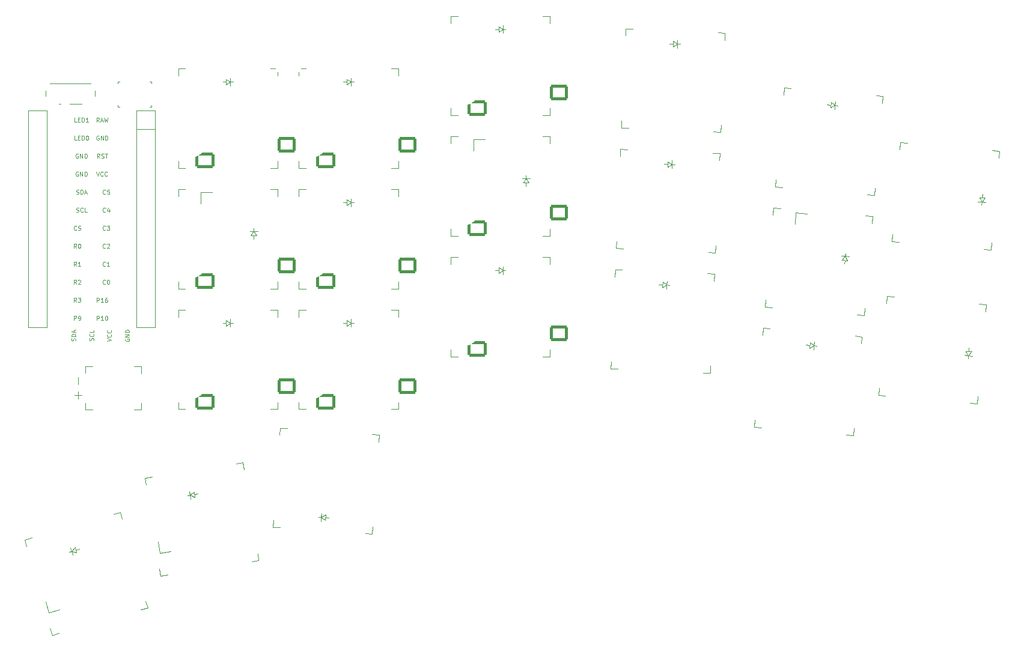
<source format=gto>
G04 #@! TF.GenerationSoftware,KiCad,Pcbnew,8.0.4*
G04 #@! TF.CreationDate,2024-08-08T10:24:45+04:00*
G04 #@! TF.ProjectId,ouleetka,6f756c65-6574-46b6-912e-6b696361645f,0.1*
G04 #@! TF.SameCoordinates,Original*
G04 #@! TF.FileFunction,Legend,Top*
G04 #@! TF.FilePolarity,Positive*
%FSLAX46Y46*%
G04 Gerber Fmt 4.6, Leading zero omitted, Abs format (unit mm)*
G04 Created by KiCad (PCBNEW 8.0.4) date 2024-08-08 10:24:45*
%MOMM*%
%LPD*%
G01*
G04 APERTURE LIST*
G04 Aperture macros list*
%AMRoundRect*
0 Rectangle with rounded corners*
0 $1 Rounding radius*
0 $2 $3 $4 $5 $6 $7 $8 $9 X,Y pos of 4 corners*
0 Add a 4 corners polygon primitive as box body*
4,1,4,$2,$3,$4,$5,$6,$7,$8,$9,$2,$3,0*
0 Add four circle primitives for the rounded corners*
1,1,$1+$1,$2,$3*
1,1,$1+$1,$4,$5*
1,1,$1+$1,$6,$7*
1,1,$1+$1,$8,$9*
0 Add four rect primitives between the rounded corners*
20,1,$1+$1,$2,$3,$4,$5,0*
20,1,$1+$1,$4,$5,$6,$7,0*
20,1,$1+$1,$6,$7,$8,$9,0*
20,1,$1+$1,$8,$9,$2,$3,0*%
%AMRotRect*
0 Rectangle, with rotation*
0 The origin of the aperture is its center*
0 $1 length*
0 $2 width*
0 $3 Rotation angle, in degrees counterclockwise*
0 Add horizontal line*
21,1,$1,$2,0,0,$3*%
%AMFreePoly0*
4,1,6,0.600000,-1.000000,0.000000,-0.400000,-0.600000,-1.000000,-0.600000,0.250000,0.600000,0.250000,0.600000,-1.000000,0.600000,-1.000000,$1*%
%AMFreePoly1*
4,1,6,0.600000,-0.200000,0.600000,-0.400000,-0.600000,-0.400000,-0.600000,-0.200000,0.000000,0.400000,0.600000,-0.200000,0.600000,-0.200000,$1*%
%AMFreePoly2*
4,1,6,0.250000,0.000000,-0.250000,-0.625000,-0.500000,-0.625000,-0.500000,0.625000,-0.250000,0.625000,0.250000,0.000000,0.250000,0.000000,$1*%
%AMFreePoly3*
4,1,6,0.500000,-0.625000,-0.650000,-0.625000,-0.150000,0.000000,-0.650000,0.625000,0.500000,0.625000,0.500000,-0.625000,0.500000,-0.625000,$1*%
G04 Aperture macros list end*
%ADD10C,0.080000*%
%ADD11C,0.100000*%
%ADD12C,0.120000*%
%ADD13RotRect,0.900000X1.200000X175.000000*%
%ADD14C,4.100000*%
%ADD15RotRect,0.900000X1.200000X16.000000*%
%ADD16R,0.900000X1.200000*%
%ADD17FreePoly0,90.000000*%
%ADD18O,1.750000X1.200000*%
%ADD19FreePoly1,90.000000*%
%ADD20R,1.200000X0.900000*%
%ADD21R,1.000000X0.800000*%
%ADD22C,1.200000*%
%ADD23R,0.700000X1.500000*%
%ADD24RotRect,0.900000X1.200000X85.000000*%
%ADD25RotRect,0.900000X1.200000X177.500000*%
%ADD26R,1.550000X1.000000*%
%ADD27RotRect,0.900000X1.200000X9.000000*%
%ADD28C,4.400000*%
%ADD29RotRect,0.900000X1.200000X356.000000*%
%ADD30O,1.700000X1.700000*%
%ADD31R,1.200000X0.600000*%
%ADD32RotRect,0.900000X1.200000X265.000000*%
%ADD33FreePoly2,0.000000*%
%ADD34FreePoly3,0.000000*%
%ADD35FreePoly3,180.000000*%
%ADD36FreePoly2,180.000000*%
%ADD37C,0.800000*%
%ADD38C,1.700000*%
%ADD39RoundRect,0.215000X1.155825X0.762163X-1.005917X0.951291X-1.155825X-0.762163X1.005917X-0.951291X0*%
%ADD40C,2.250000*%
%ADD41C,2.100000*%
%ADD42C,3.300000*%
%ADD43C,5.500000*%
%ADD44C,3.500000*%
%ADD45RoundRect,0.215000X1.180730X0.759985X-1.030822X0.953470X-1.180730X-0.759985X1.030822X-0.953470X0*%
%ADD46RoundRect,0.215000X1.121480X0.811854X-1.046455X0.906509X-1.121480X-0.811854X1.046455X-0.906509X0*%
%ADD47RoundRect,0.215000X1.146456X0.810764X-1.071431X0.907599X-1.146456X-0.810764X1.071431X-0.907599X0*%
%ADD48RoundRect,0.215000X1.085000X0.860000X-1.085000X0.860000X-1.085000X-0.860000X1.085000X-0.860000X0*%
%ADD49RoundRect,0.215000X1.110000X0.860000X-1.110000X0.860000X-1.110000X-0.860000X1.110000X-0.860000X0*%
%ADD50RoundRect,0.215000X-1.125752X0.805921X-0.527619X-1.280017X1.125752X-0.805921X0.527619X1.280017X0*%
%ADD51RoundRect,0.215000X-1.132643X0.829952X-0.520728X-1.304049X1.132643X-0.829952X0.520728X1.304049X0*%
%ADD52RoundRect,0.215000X0.762163X-1.155825X0.951291X1.005917X-0.762163X1.155825X-0.951291X-1.005917X0*%
%ADD53RoundRect,0.215000X0.759985X-1.180730X0.953470X1.030822X-0.759985X1.180730X-0.953470X-1.030822X0*%
%ADD54RotRect,1.400000X1.000000X106.000000*%
%ADD55RoundRect,0.215000X-1.142348X-0.782219X1.022366X-0.933591X1.142348X0.782219X-1.022366X0.933591X0*%
%ADD56RoundRect,0.215000X-1.167287X-0.780475X1.047306X-0.935335X1.167287X0.780475X-1.047306X0.935335X0*%
%ADD57RotRect,1.400000X1.000000X99.000000*%
%ADD58R,1.400000X1.000000*%
%ADD59RotRect,1.400000X1.000000X355.000000*%
%ADD60RoundRect,0.215000X-1.019143X0.937108X-0.679681X-1.206175X1.019143X-0.937108X0.679681X1.206175X0*%
%ADD61RoundRect,0.215000X-1.023054X0.961800X-0.675770X-1.230868X1.023054X-0.961800X0.675770X1.230868X0*%
G04 APERTURE END LIST*
D10*
X78621428Y-76634840D02*
X78707143Y-76663411D01*
X78707143Y-76663411D02*
X78850000Y-76663411D01*
X78850000Y-76663411D02*
X78907143Y-76634840D01*
X78907143Y-76634840D02*
X78935714Y-76606268D01*
X78935714Y-76606268D02*
X78964285Y-76549125D01*
X78964285Y-76549125D02*
X78964285Y-76491982D01*
X78964285Y-76491982D02*
X78935714Y-76434840D01*
X78935714Y-76434840D02*
X78907143Y-76406268D01*
X78907143Y-76406268D02*
X78850000Y-76377697D01*
X78850000Y-76377697D02*
X78735714Y-76349125D01*
X78735714Y-76349125D02*
X78678571Y-76320554D01*
X78678571Y-76320554D02*
X78650000Y-76291982D01*
X78650000Y-76291982D02*
X78621428Y-76234840D01*
X78621428Y-76234840D02*
X78621428Y-76177697D01*
X78621428Y-76177697D02*
X78650000Y-76120554D01*
X78650000Y-76120554D02*
X78678571Y-76091982D01*
X78678571Y-76091982D02*
X78735714Y-76063411D01*
X78735714Y-76063411D02*
X78878571Y-76063411D01*
X78878571Y-76063411D02*
X78964285Y-76091982D01*
X79221429Y-76663411D02*
X79221429Y-76063411D01*
X79221429Y-76063411D02*
X79364286Y-76063411D01*
X79364286Y-76063411D02*
X79450000Y-76091982D01*
X79450000Y-76091982D02*
X79507143Y-76149125D01*
X79507143Y-76149125D02*
X79535714Y-76206268D01*
X79535714Y-76206268D02*
X79564286Y-76320554D01*
X79564286Y-76320554D02*
X79564286Y-76406268D01*
X79564286Y-76406268D02*
X79535714Y-76520554D01*
X79535714Y-76520554D02*
X79507143Y-76577697D01*
X79507143Y-76577697D02*
X79450000Y-76634840D01*
X79450000Y-76634840D02*
X79364286Y-76663411D01*
X79364286Y-76663411D02*
X79221429Y-76663411D01*
X79792857Y-76491982D02*
X80078572Y-76491982D01*
X79735714Y-76663411D02*
X79935714Y-76063411D01*
X79935714Y-76063411D02*
X80135714Y-76663411D01*
X85551982Y-97077142D02*
X85523411Y-97134285D01*
X85523411Y-97134285D02*
X85523411Y-97219999D01*
X85523411Y-97219999D02*
X85551982Y-97305713D01*
X85551982Y-97305713D02*
X85609125Y-97362856D01*
X85609125Y-97362856D02*
X85666268Y-97391427D01*
X85666268Y-97391427D02*
X85780554Y-97419999D01*
X85780554Y-97419999D02*
X85866268Y-97419999D01*
X85866268Y-97419999D02*
X85980554Y-97391427D01*
X85980554Y-97391427D02*
X86037697Y-97362856D01*
X86037697Y-97362856D02*
X86094840Y-97305713D01*
X86094840Y-97305713D02*
X86123411Y-97219999D01*
X86123411Y-97219999D02*
X86123411Y-97162856D01*
X86123411Y-97162856D02*
X86094840Y-97077142D01*
X86094840Y-97077142D02*
X86066268Y-97048570D01*
X86066268Y-97048570D02*
X85866268Y-97048570D01*
X85866268Y-97048570D02*
X85866268Y-97162856D01*
X86123411Y-96791427D02*
X85523411Y-96791427D01*
X85523411Y-96791427D02*
X86123411Y-96448570D01*
X86123411Y-96448570D02*
X85523411Y-96448570D01*
X86123411Y-96162856D02*
X85523411Y-96162856D01*
X85523411Y-96162856D02*
X85523411Y-96019999D01*
X85523411Y-96019999D02*
X85551982Y-95934285D01*
X85551982Y-95934285D02*
X85609125Y-95877142D01*
X85609125Y-95877142D02*
X85666268Y-95848571D01*
X85666268Y-95848571D02*
X85780554Y-95819999D01*
X85780554Y-95819999D02*
X85866268Y-95819999D01*
X85866268Y-95819999D02*
X85980554Y-95848571D01*
X85980554Y-95848571D02*
X86037697Y-95877142D01*
X86037697Y-95877142D02*
X86094840Y-95934285D01*
X86094840Y-95934285D02*
X86123411Y-96019999D01*
X86123411Y-96019999D02*
X86123411Y-96162856D01*
X82973411Y-97420000D02*
X83573411Y-97220000D01*
X83573411Y-97220000D02*
X82973411Y-97020000D01*
X83516268Y-96477142D02*
X83544840Y-96505714D01*
X83544840Y-96505714D02*
X83573411Y-96591428D01*
X83573411Y-96591428D02*
X83573411Y-96648571D01*
X83573411Y-96648571D02*
X83544840Y-96734285D01*
X83544840Y-96734285D02*
X83487697Y-96791428D01*
X83487697Y-96791428D02*
X83430554Y-96819999D01*
X83430554Y-96819999D02*
X83316268Y-96848571D01*
X83316268Y-96848571D02*
X83230554Y-96848571D01*
X83230554Y-96848571D02*
X83116268Y-96819999D01*
X83116268Y-96819999D02*
X83059125Y-96791428D01*
X83059125Y-96791428D02*
X83001982Y-96734285D01*
X83001982Y-96734285D02*
X82973411Y-96648571D01*
X82973411Y-96648571D02*
X82973411Y-96591428D01*
X82973411Y-96591428D02*
X83001982Y-96505714D01*
X83001982Y-96505714D02*
X83030554Y-96477142D01*
X83516268Y-95877142D02*
X83544840Y-95905714D01*
X83544840Y-95905714D02*
X83573411Y-95991428D01*
X83573411Y-95991428D02*
X83573411Y-96048571D01*
X83573411Y-96048571D02*
X83544840Y-96134285D01*
X83544840Y-96134285D02*
X83487697Y-96191428D01*
X83487697Y-96191428D02*
X83430554Y-96219999D01*
X83430554Y-96219999D02*
X83316268Y-96248571D01*
X83316268Y-96248571D02*
X83230554Y-96248571D01*
X83230554Y-96248571D02*
X83116268Y-96219999D01*
X83116268Y-96219999D02*
X83059125Y-96191428D01*
X83059125Y-96191428D02*
X83001982Y-96134285D01*
X83001982Y-96134285D02*
X82973411Y-96048571D01*
X82973411Y-96048571D02*
X82973411Y-95991428D01*
X82973411Y-95991428D02*
X83001982Y-95905714D01*
X83001982Y-95905714D02*
X83030554Y-95877142D01*
X78494840Y-97348571D02*
X78523411Y-97262857D01*
X78523411Y-97262857D02*
X78523411Y-97119999D01*
X78523411Y-97119999D02*
X78494840Y-97062857D01*
X78494840Y-97062857D02*
X78466268Y-97034285D01*
X78466268Y-97034285D02*
X78409125Y-97005714D01*
X78409125Y-97005714D02*
X78351982Y-97005714D01*
X78351982Y-97005714D02*
X78294840Y-97034285D01*
X78294840Y-97034285D02*
X78266268Y-97062857D01*
X78266268Y-97062857D02*
X78237697Y-97119999D01*
X78237697Y-97119999D02*
X78209125Y-97234285D01*
X78209125Y-97234285D02*
X78180554Y-97291428D01*
X78180554Y-97291428D02*
X78151982Y-97319999D01*
X78151982Y-97319999D02*
X78094840Y-97348571D01*
X78094840Y-97348571D02*
X78037697Y-97348571D01*
X78037697Y-97348571D02*
X77980554Y-97319999D01*
X77980554Y-97319999D02*
X77951982Y-97291428D01*
X77951982Y-97291428D02*
X77923411Y-97234285D01*
X77923411Y-97234285D02*
X77923411Y-97091428D01*
X77923411Y-97091428D02*
X77951982Y-97005714D01*
X78523411Y-96748570D02*
X77923411Y-96748570D01*
X77923411Y-96748570D02*
X77923411Y-96605713D01*
X77923411Y-96605713D02*
X77951982Y-96519999D01*
X77951982Y-96519999D02*
X78009125Y-96462856D01*
X78009125Y-96462856D02*
X78066268Y-96434285D01*
X78066268Y-96434285D02*
X78180554Y-96405713D01*
X78180554Y-96405713D02*
X78266268Y-96405713D01*
X78266268Y-96405713D02*
X78380554Y-96434285D01*
X78380554Y-96434285D02*
X78437697Y-96462856D01*
X78437697Y-96462856D02*
X78494840Y-96519999D01*
X78494840Y-96519999D02*
X78523411Y-96605713D01*
X78523411Y-96605713D02*
X78523411Y-96748570D01*
X78351982Y-96177142D02*
X78351982Y-95891428D01*
X78523411Y-96234285D02*
X77923411Y-96034285D01*
X77923411Y-96034285D02*
X78523411Y-95834285D01*
X81044840Y-97334285D02*
X81073411Y-97248571D01*
X81073411Y-97248571D02*
X81073411Y-97105713D01*
X81073411Y-97105713D02*
X81044840Y-97048571D01*
X81044840Y-97048571D02*
X81016268Y-97019999D01*
X81016268Y-97019999D02*
X80959125Y-96991428D01*
X80959125Y-96991428D02*
X80901982Y-96991428D01*
X80901982Y-96991428D02*
X80844840Y-97019999D01*
X80844840Y-97019999D02*
X80816268Y-97048571D01*
X80816268Y-97048571D02*
X80787697Y-97105713D01*
X80787697Y-97105713D02*
X80759125Y-97219999D01*
X80759125Y-97219999D02*
X80730554Y-97277142D01*
X80730554Y-97277142D02*
X80701982Y-97305713D01*
X80701982Y-97305713D02*
X80644840Y-97334285D01*
X80644840Y-97334285D02*
X80587697Y-97334285D01*
X80587697Y-97334285D02*
X80530554Y-97305713D01*
X80530554Y-97305713D02*
X80501982Y-97277142D01*
X80501982Y-97277142D02*
X80473411Y-97219999D01*
X80473411Y-97219999D02*
X80473411Y-97077142D01*
X80473411Y-97077142D02*
X80501982Y-96991428D01*
X81016268Y-96391427D02*
X81044840Y-96419999D01*
X81044840Y-96419999D02*
X81073411Y-96505713D01*
X81073411Y-96505713D02*
X81073411Y-96562856D01*
X81073411Y-96562856D02*
X81044840Y-96648570D01*
X81044840Y-96648570D02*
X80987697Y-96705713D01*
X80987697Y-96705713D02*
X80930554Y-96734284D01*
X80930554Y-96734284D02*
X80816268Y-96762856D01*
X80816268Y-96762856D02*
X80730554Y-96762856D01*
X80730554Y-96762856D02*
X80616268Y-96734284D01*
X80616268Y-96734284D02*
X80559125Y-96705713D01*
X80559125Y-96705713D02*
X80501982Y-96648570D01*
X80501982Y-96648570D02*
X80473411Y-96562856D01*
X80473411Y-96562856D02*
X80473411Y-96505713D01*
X80473411Y-96505713D02*
X80501982Y-96419999D01*
X80501982Y-96419999D02*
X80530554Y-96391427D01*
X81073411Y-95848570D02*
X81073411Y-96134284D01*
X81073411Y-96134284D02*
X80473411Y-96134284D01*
X78892857Y-73551982D02*
X78835715Y-73523411D01*
X78835715Y-73523411D02*
X78750000Y-73523411D01*
X78750000Y-73523411D02*
X78664286Y-73551982D01*
X78664286Y-73551982D02*
X78607143Y-73609125D01*
X78607143Y-73609125D02*
X78578572Y-73666268D01*
X78578572Y-73666268D02*
X78550000Y-73780554D01*
X78550000Y-73780554D02*
X78550000Y-73866268D01*
X78550000Y-73866268D02*
X78578572Y-73980554D01*
X78578572Y-73980554D02*
X78607143Y-74037697D01*
X78607143Y-74037697D02*
X78664286Y-74094840D01*
X78664286Y-74094840D02*
X78750000Y-74123411D01*
X78750000Y-74123411D02*
X78807143Y-74123411D01*
X78807143Y-74123411D02*
X78892857Y-74094840D01*
X78892857Y-74094840D02*
X78921429Y-74066268D01*
X78921429Y-74066268D02*
X78921429Y-73866268D01*
X78921429Y-73866268D02*
X78807143Y-73866268D01*
X79178572Y-74123411D02*
X79178572Y-73523411D01*
X79178572Y-73523411D02*
X79521429Y-74123411D01*
X79521429Y-74123411D02*
X79521429Y-73523411D01*
X79807143Y-74123411D02*
X79807143Y-73523411D01*
X79807143Y-73523411D02*
X79950000Y-73523411D01*
X79950000Y-73523411D02*
X80035714Y-73551982D01*
X80035714Y-73551982D02*
X80092857Y-73609125D01*
X80092857Y-73609125D02*
X80121428Y-73666268D01*
X80121428Y-73666268D02*
X80150000Y-73780554D01*
X80150000Y-73780554D02*
X80150000Y-73866268D01*
X80150000Y-73866268D02*
X80121428Y-73980554D01*
X80121428Y-73980554D02*
X80092857Y-74037697D01*
X80092857Y-74037697D02*
X80035714Y-74094840D01*
X80035714Y-74094840D02*
X79950000Y-74123411D01*
X79950000Y-74123411D02*
X79807143Y-74123411D01*
X81835714Y-66503411D02*
X81635714Y-66217697D01*
X81492857Y-66503411D02*
X81492857Y-65903411D01*
X81492857Y-65903411D02*
X81721428Y-65903411D01*
X81721428Y-65903411D02*
X81778571Y-65931982D01*
X81778571Y-65931982D02*
X81807142Y-65960554D01*
X81807142Y-65960554D02*
X81835714Y-66017697D01*
X81835714Y-66017697D02*
X81835714Y-66103411D01*
X81835714Y-66103411D02*
X81807142Y-66160554D01*
X81807142Y-66160554D02*
X81778571Y-66189125D01*
X81778571Y-66189125D02*
X81721428Y-66217697D01*
X81721428Y-66217697D02*
X81492857Y-66217697D01*
X82064285Y-66331982D02*
X82350000Y-66331982D01*
X82007142Y-66503411D02*
X82207142Y-65903411D01*
X82207142Y-65903411D02*
X82407142Y-66503411D01*
X82550000Y-65903411D02*
X82692857Y-66503411D01*
X82692857Y-66503411D02*
X82807143Y-66074840D01*
X82807143Y-66074840D02*
X82921428Y-66503411D01*
X82921428Y-66503411D02*
X83064286Y-65903411D01*
X82740000Y-86766268D02*
X82711428Y-86794840D01*
X82711428Y-86794840D02*
X82625714Y-86823411D01*
X82625714Y-86823411D02*
X82568571Y-86823411D01*
X82568571Y-86823411D02*
X82482857Y-86794840D01*
X82482857Y-86794840D02*
X82425714Y-86737697D01*
X82425714Y-86737697D02*
X82397143Y-86680554D01*
X82397143Y-86680554D02*
X82368571Y-86566268D01*
X82368571Y-86566268D02*
X82368571Y-86480554D01*
X82368571Y-86480554D02*
X82397143Y-86366268D01*
X82397143Y-86366268D02*
X82425714Y-86309125D01*
X82425714Y-86309125D02*
X82482857Y-86251982D01*
X82482857Y-86251982D02*
X82568571Y-86223411D01*
X82568571Y-86223411D02*
X82625714Y-86223411D01*
X82625714Y-86223411D02*
X82711428Y-86251982D01*
X82711428Y-86251982D02*
X82740000Y-86280554D01*
X83311428Y-86823411D02*
X82968571Y-86823411D01*
X83140000Y-86823411D02*
X83140000Y-86223411D01*
X83140000Y-86223411D02*
X83082857Y-86309125D01*
X83082857Y-86309125D02*
X83025714Y-86366268D01*
X83025714Y-86366268D02*
X82968571Y-86394840D01*
X82740000Y-79146268D02*
X82711428Y-79174840D01*
X82711428Y-79174840D02*
X82625714Y-79203411D01*
X82625714Y-79203411D02*
X82568571Y-79203411D01*
X82568571Y-79203411D02*
X82482857Y-79174840D01*
X82482857Y-79174840D02*
X82425714Y-79117697D01*
X82425714Y-79117697D02*
X82397143Y-79060554D01*
X82397143Y-79060554D02*
X82368571Y-78946268D01*
X82368571Y-78946268D02*
X82368571Y-78860554D01*
X82368571Y-78860554D02*
X82397143Y-78746268D01*
X82397143Y-78746268D02*
X82425714Y-78689125D01*
X82425714Y-78689125D02*
X82482857Y-78631982D01*
X82482857Y-78631982D02*
X82568571Y-78603411D01*
X82568571Y-78603411D02*
X82625714Y-78603411D01*
X82625714Y-78603411D02*
X82711428Y-78631982D01*
X82711428Y-78631982D02*
X82740000Y-78660554D01*
X83254286Y-78803411D02*
X83254286Y-79203411D01*
X83111428Y-78574840D02*
X82968571Y-79003411D01*
X82968571Y-79003411D02*
X83340000Y-79003411D01*
X78635714Y-79174840D02*
X78721429Y-79203411D01*
X78721429Y-79203411D02*
X78864286Y-79203411D01*
X78864286Y-79203411D02*
X78921429Y-79174840D01*
X78921429Y-79174840D02*
X78950000Y-79146268D01*
X78950000Y-79146268D02*
X78978571Y-79089125D01*
X78978571Y-79089125D02*
X78978571Y-79031982D01*
X78978571Y-79031982D02*
X78950000Y-78974840D01*
X78950000Y-78974840D02*
X78921429Y-78946268D01*
X78921429Y-78946268D02*
X78864286Y-78917697D01*
X78864286Y-78917697D02*
X78750000Y-78889125D01*
X78750000Y-78889125D02*
X78692857Y-78860554D01*
X78692857Y-78860554D02*
X78664286Y-78831982D01*
X78664286Y-78831982D02*
X78635714Y-78774840D01*
X78635714Y-78774840D02*
X78635714Y-78717697D01*
X78635714Y-78717697D02*
X78664286Y-78660554D01*
X78664286Y-78660554D02*
X78692857Y-78631982D01*
X78692857Y-78631982D02*
X78750000Y-78603411D01*
X78750000Y-78603411D02*
X78892857Y-78603411D01*
X78892857Y-78603411D02*
X78978571Y-78631982D01*
X79578572Y-79146268D02*
X79550000Y-79174840D01*
X79550000Y-79174840D02*
X79464286Y-79203411D01*
X79464286Y-79203411D02*
X79407143Y-79203411D01*
X79407143Y-79203411D02*
X79321429Y-79174840D01*
X79321429Y-79174840D02*
X79264286Y-79117697D01*
X79264286Y-79117697D02*
X79235715Y-79060554D01*
X79235715Y-79060554D02*
X79207143Y-78946268D01*
X79207143Y-78946268D02*
X79207143Y-78860554D01*
X79207143Y-78860554D02*
X79235715Y-78746268D01*
X79235715Y-78746268D02*
X79264286Y-78689125D01*
X79264286Y-78689125D02*
X79321429Y-78631982D01*
X79321429Y-78631982D02*
X79407143Y-78603411D01*
X79407143Y-78603411D02*
X79464286Y-78603411D01*
X79464286Y-78603411D02*
X79550000Y-78631982D01*
X79550000Y-78631982D02*
X79578572Y-78660554D01*
X80121429Y-79203411D02*
X79835715Y-79203411D01*
X79835715Y-79203411D02*
X79835715Y-78603411D01*
X81449999Y-73523411D02*
X81649999Y-74123411D01*
X81649999Y-74123411D02*
X81849999Y-73523411D01*
X82392857Y-74066268D02*
X82364285Y-74094840D01*
X82364285Y-74094840D02*
X82278571Y-74123411D01*
X82278571Y-74123411D02*
X82221428Y-74123411D01*
X82221428Y-74123411D02*
X82135714Y-74094840D01*
X82135714Y-74094840D02*
X82078571Y-74037697D01*
X82078571Y-74037697D02*
X82050000Y-73980554D01*
X82050000Y-73980554D02*
X82021428Y-73866268D01*
X82021428Y-73866268D02*
X82021428Y-73780554D01*
X82021428Y-73780554D02*
X82050000Y-73666268D01*
X82050000Y-73666268D02*
X82078571Y-73609125D01*
X82078571Y-73609125D02*
X82135714Y-73551982D01*
X82135714Y-73551982D02*
X82221428Y-73523411D01*
X82221428Y-73523411D02*
X82278571Y-73523411D01*
X82278571Y-73523411D02*
X82364285Y-73551982D01*
X82364285Y-73551982D02*
X82392857Y-73580554D01*
X82992857Y-74066268D02*
X82964285Y-74094840D01*
X82964285Y-74094840D02*
X82878571Y-74123411D01*
X82878571Y-74123411D02*
X82821428Y-74123411D01*
X82821428Y-74123411D02*
X82735714Y-74094840D01*
X82735714Y-74094840D02*
X82678571Y-74037697D01*
X82678571Y-74037697D02*
X82650000Y-73980554D01*
X82650000Y-73980554D02*
X82621428Y-73866268D01*
X82621428Y-73866268D02*
X82621428Y-73780554D01*
X82621428Y-73780554D02*
X82650000Y-73666268D01*
X82650000Y-73666268D02*
X82678571Y-73609125D01*
X82678571Y-73609125D02*
X82735714Y-73551982D01*
X82735714Y-73551982D02*
X82821428Y-73523411D01*
X82821428Y-73523411D02*
X82878571Y-73523411D01*
X82878571Y-73523411D02*
X82964285Y-73551982D01*
X82964285Y-73551982D02*
X82992857Y-73580554D01*
X82740000Y-84226268D02*
X82711428Y-84254840D01*
X82711428Y-84254840D02*
X82625714Y-84283411D01*
X82625714Y-84283411D02*
X82568571Y-84283411D01*
X82568571Y-84283411D02*
X82482857Y-84254840D01*
X82482857Y-84254840D02*
X82425714Y-84197697D01*
X82425714Y-84197697D02*
X82397143Y-84140554D01*
X82397143Y-84140554D02*
X82368571Y-84026268D01*
X82368571Y-84026268D02*
X82368571Y-83940554D01*
X82368571Y-83940554D02*
X82397143Y-83826268D01*
X82397143Y-83826268D02*
X82425714Y-83769125D01*
X82425714Y-83769125D02*
X82482857Y-83711982D01*
X82482857Y-83711982D02*
X82568571Y-83683411D01*
X82568571Y-83683411D02*
X82625714Y-83683411D01*
X82625714Y-83683411D02*
X82711428Y-83711982D01*
X82711428Y-83711982D02*
X82740000Y-83740554D01*
X82968571Y-83740554D02*
X82997143Y-83711982D01*
X82997143Y-83711982D02*
X83054286Y-83683411D01*
X83054286Y-83683411D02*
X83197143Y-83683411D01*
X83197143Y-83683411D02*
X83254286Y-83711982D01*
X83254286Y-83711982D02*
X83282857Y-83740554D01*
X83282857Y-83740554D02*
X83311428Y-83797697D01*
X83311428Y-83797697D02*
X83311428Y-83854840D01*
X83311428Y-83854840D02*
X83282857Y-83940554D01*
X83282857Y-83940554D02*
X82940000Y-84283411D01*
X82940000Y-84283411D02*
X83311428Y-84283411D01*
X78678571Y-69043411D02*
X78392857Y-69043411D01*
X78392857Y-69043411D02*
X78392857Y-68443411D01*
X78878571Y-68729125D02*
X79078571Y-68729125D01*
X79164285Y-69043411D02*
X78878571Y-69043411D01*
X78878571Y-69043411D02*
X78878571Y-68443411D01*
X78878571Y-68443411D02*
X79164285Y-68443411D01*
X79421428Y-69043411D02*
X79421428Y-68443411D01*
X79421428Y-68443411D02*
X79564285Y-68443411D01*
X79564285Y-68443411D02*
X79649999Y-68471982D01*
X79649999Y-68471982D02*
X79707142Y-68529125D01*
X79707142Y-68529125D02*
X79735713Y-68586268D01*
X79735713Y-68586268D02*
X79764285Y-68700554D01*
X79764285Y-68700554D02*
X79764285Y-68786268D01*
X79764285Y-68786268D02*
X79735713Y-68900554D01*
X79735713Y-68900554D02*
X79707142Y-68957697D01*
X79707142Y-68957697D02*
X79649999Y-69014840D01*
X79649999Y-69014840D02*
X79564285Y-69043411D01*
X79564285Y-69043411D02*
X79421428Y-69043411D01*
X80135713Y-68443411D02*
X80192856Y-68443411D01*
X80192856Y-68443411D02*
X80249999Y-68471982D01*
X80249999Y-68471982D02*
X80278571Y-68500554D01*
X80278571Y-68500554D02*
X80307142Y-68557697D01*
X80307142Y-68557697D02*
X80335713Y-68671982D01*
X80335713Y-68671982D02*
X80335713Y-68814840D01*
X80335713Y-68814840D02*
X80307142Y-68929125D01*
X80307142Y-68929125D02*
X80278571Y-68986268D01*
X80278571Y-68986268D02*
X80249999Y-69014840D01*
X80249999Y-69014840D02*
X80192856Y-69043411D01*
X80192856Y-69043411D02*
X80135713Y-69043411D01*
X80135713Y-69043411D02*
X80078571Y-69014840D01*
X80078571Y-69014840D02*
X80049999Y-68986268D01*
X80049999Y-68986268D02*
X80021428Y-68929125D01*
X80021428Y-68929125D02*
X79992856Y-68814840D01*
X79992856Y-68814840D02*
X79992856Y-68671982D01*
X79992856Y-68671982D02*
X80021428Y-68557697D01*
X80021428Y-68557697D02*
X80049999Y-68500554D01*
X80049999Y-68500554D02*
X80078571Y-68471982D01*
X80078571Y-68471982D02*
X80135713Y-68443411D01*
X82740000Y-76606268D02*
X82711428Y-76634840D01*
X82711428Y-76634840D02*
X82625714Y-76663411D01*
X82625714Y-76663411D02*
X82568571Y-76663411D01*
X82568571Y-76663411D02*
X82482857Y-76634840D01*
X82482857Y-76634840D02*
X82425714Y-76577697D01*
X82425714Y-76577697D02*
X82397143Y-76520554D01*
X82397143Y-76520554D02*
X82368571Y-76406268D01*
X82368571Y-76406268D02*
X82368571Y-76320554D01*
X82368571Y-76320554D02*
X82397143Y-76206268D01*
X82397143Y-76206268D02*
X82425714Y-76149125D01*
X82425714Y-76149125D02*
X82482857Y-76091982D01*
X82482857Y-76091982D02*
X82568571Y-76063411D01*
X82568571Y-76063411D02*
X82625714Y-76063411D01*
X82625714Y-76063411D02*
X82711428Y-76091982D01*
X82711428Y-76091982D02*
X82740000Y-76120554D01*
X83282857Y-76063411D02*
X82997143Y-76063411D01*
X82997143Y-76063411D02*
X82968571Y-76349125D01*
X82968571Y-76349125D02*
X82997143Y-76320554D01*
X82997143Y-76320554D02*
X83054286Y-76291982D01*
X83054286Y-76291982D02*
X83197143Y-76291982D01*
X83197143Y-76291982D02*
X83254286Y-76320554D01*
X83254286Y-76320554D02*
X83282857Y-76349125D01*
X83282857Y-76349125D02*
X83311428Y-76406268D01*
X83311428Y-76406268D02*
X83311428Y-76549125D01*
X83311428Y-76549125D02*
X83282857Y-76606268D01*
X83282857Y-76606268D02*
X83254286Y-76634840D01*
X83254286Y-76634840D02*
X83197143Y-76663411D01*
X83197143Y-76663411D02*
X83054286Y-76663411D01*
X83054286Y-76663411D02*
X82997143Y-76634840D01*
X82997143Y-76634840D02*
X82968571Y-76606268D01*
X78317143Y-94443411D02*
X78317143Y-93843411D01*
X78317143Y-93843411D02*
X78545714Y-93843411D01*
X78545714Y-93843411D02*
X78602857Y-93871982D01*
X78602857Y-93871982D02*
X78631428Y-93900554D01*
X78631428Y-93900554D02*
X78660000Y-93957697D01*
X78660000Y-93957697D02*
X78660000Y-94043411D01*
X78660000Y-94043411D02*
X78631428Y-94100554D01*
X78631428Y-94100554D02*
X78602857Y-94129125D01*
X78602857Y-94129125D02*
X78545714Y-94157697D01*
X78545714Y-94157697D02*
X78317143Y-94157697D01*
X78945714Y-94443411D02*
X79060000Y-94443411D01*
X79060000Y-94443411D02*
X79117143Y-94414840D01*
X79117143Y-94414840D02*
X79145714Y-94386268D01*
X79145714Y-94386268D02*
X79202857Y-94300554D01*
X79202857Y-94300554D02*
X79231428Y-94186268D01*
X79231428Y-94186268D02*
X79231428Y-93957697D01*
X79231428Y-93957697D02*
X79202857Y-93900554D01*
X79202857Y-93900554D02*
X79174286Y-93871982D01*
X79174286Y-93871982D02*
X79117143Y-93843411D01*
X79117143Y-93843411D02*
X79002857Y-93843411D01*
X79002857Y-93843411D02*
X78945714Y-93871982D01*
X78945714Y-93871982D02*
X78917143Y-93900554D01*
X78917143Y-93900554D02*
X78888571Y-93957697D01*
X78888571Y-93957697D02*
X78888571Y-94100554D01*
X78888571Y-94100554D02*
X78917143Y-94157697D01*
X78917143Y-94157697D02*
X78945714Y-94186268D01*
X78945714Y-94186268D02*
X79002857Y-94214840D01*
X79002857Y-94214840D02*
X79117143Y-94214840D01*
X79117143Y-94214840D02*
X79174286Y-94186268D01*
X79174286Y-94186268D02*
X79202857Y-94157697D01*
X79202857Y-94157697D02*
X79231428Y-94100554D01*
X81921428Y-71583411D02*
X81721428Y-71297697D01*
X81578571Y-71583411D02*
X81578571Y-70983411D01*
X81578571Y-70983411D02*
X81807142Y-70983411D01*
X81807142Y-70983411D02*
X81864285Y-71011982D01*
X81864285Y-71011982D02*
X81892856Y-71040554D01*
X81892856Y-71040554D02*
X81921428Y-71097697D01*
X81921428Y-71097697D02*
X81921428Y-71183411D01*
X81921428Y-71183411D02*
X81892856Y-71240554D01*
X81892856Y-71240554D02*
X81864285Y-71269125D01*
X81864285Y-71269125D02*
X81807142Y-71297697D01*
X81807142Y-71297697D02*
X81578571Y-71297697D01*
X82149999Y-71554840D02*
X82235714Y-71583411D01*
X82235714Y-71583411D02*
X82378571Y-71583411D01*
X82378571Y-71583411D02*
X82435714Y-71554840D01*
X82435714Y-71554840D02*
X82464285Y-71526268D01*
X82464285Y-71526268D02*
X82492856Y-71469125D01*
X82492856Y-71469125D02*
X82492856Y-71411982D01*
X82492856Y-71411982D02*
X82464285Y-71354840D01*
X82464285Y-71354840D02*
X82435714Y-71326268D01*
X82435714Y-71326268D02*
X82378571Y-71297697D01*
X82378571Y-71297697D02*
X82264285Y-71269125D01*
X82264285Y-71269125D02*
X82207142Y-71240554D01*
X82207142Y-71240554D02*
X82178571Y-71211982D01*
X82178571Y-71211982D02*
X82149999Y-71154840D01*
X82149999Y-71154840D02*
X82149999Y-71097697D01*
X82149999Y-71097697D02*
X82178571Y-71040554D01*
X82178571Y-71040554D02*
X82207142Y-71011982D01*
X82207142Y-71011982D02*
X82264285Y-70983411D01*
X82264285Y-70983411D02*
X82407142Y-70983411D01*
X82407142Y-70983411D02*
X82492856Y-71011982D01*
X82664285Y-70983411D02*
X83007143Y-70983411D01*
X82835714Y-71583411D02*
X82835714Y-70983411D01*
X82740000Y-89306268D02*
X82711428Y-89334840D01*
X82711428Y-89334840D02*
X82625714Y-89363411D01*
X82625714Y-89363411D02*
X82568571Y-89363411D01*
X82568571Y-89363411D02*
X82482857Y-89334840D01*
X82482857Y-89334840D02*
X82425714Y-89277697D01*
X82425714Y-89277697D02*
X82397143Y-89220554D01*
X82397143Y-89220554D02*
X82368571Y-89106268D01*
X82368571Y-89106268D02*
X82368571Y-89020554D01*
X82368571Y-89020554D02*
X82397143Y-88906268D01*
X82397143Y-88906268D02*
X82425714Y-88849125D01*
X82425714Y-88849125D02*
X82482857Y-88791982D01*
X82482857Y-88791982D02*
X82568571Y-88763411D01*
X82568571Y-88763411D02*
X82625714Y-88763411D01*
X82625714Y-88763411D02*
X82711428Y-88791982D01*
X82711428Y-88791982D02*
X82740000Y-88820554D01*
X83111428Y-88763411D02*
X83168571Y-88763411D01*
X83168571Y-88763411D02*
X83225714Y-88791982D01*
X83225714Y-88791982D02*
X83254286Y-88820554D01*
X83254286Y-88820554D02*
X83282857Y-88877697D01*
X83282857Y-88877697D02*
X83311428Y-88991982D01*
X83311428Y-88991982D02*
X83311428Y-89134840D01*
X83311428Y-89134840D02*
X83282857Y-89249125D01*
X83282857Y-89249125D02*
X83254286Y-89306268D01*
X83254286Y-89306268D02*
X83225714Y-89334840D01*
X83225714Y-89334840D02*
X83168571Y-89363411D01*
X83168571Y-89363411D02*
X83111428Y-89363411D01*
X83111428Y-89363411D02*
X83054286Y-89334840D01*
X83054286Y-89334840D02*
X83025714Y-89306268D01*
X83025714Y-89306268D02*
X82997143Y-89249125D01*
X82997143Y-89249125D02*
X82968571Y-89134840D01*
X82968571Y-89134840D02*
X82968571Y-88991982D01*
X82968571Y-88991982D02*
X82997143Y-88877697D01*
X82997143Y-88877697D02*
X83025714Y-88820554D01*
X83025714Y-88820554D02*
X83054286Y-88791982D01*
X83054286Y-88791982D02*
X83111428Y-88763411D01*
X78660000Y-84283411D02*
X78460000Y-83997697D01*
X78317143Y-84283411D02*
X78317143Y-83683411D01*
X78317143Y-83683411D02*
X78545714Y-83683411D01*
X78545714Y-83683411D02*
X78602857Y-83711982D01*
X78602857Y-83711982D02*
X78631428Y-83740554D01*
X78631428Y-83740554D02*
X78660000Y-83797697D01*
X78660000Y-83797697D02*
X78660000Y-83883411D01*
X78660000Y-83883411D02*
X78631428Y-83940554D01*
X78631428Y-83940554D02*
X78602857Y-83969125D01*
X78602857Y-83969125D02*
X78545714Y-83997697D01*
X78545714Y-83997697D02*
X78317143Y-83997697D01*
X79031428Y-83683411D02*
X79088571Y-83683411D01*
X79088571Y-83683411D02*
X79145714Y-83711982D01*
X79145714Y-83711982D02*
X79174286Y-83740554D01*
X79174286Y-83740554D02*
X79202857Y-83797697D01*
X79202857Y-83797697D02*
X79231428Y-83911982D01*
X79231428Y-83911982D02*
X79231428Y-84054840D01*
X79231428Y-84054840D02*
X79202857Y-84169125D01*
X79202857Y-84169125D02*
X79174286Y-84226268D01*
X79174286Y-84226268D02*
X79145714Y-84254840D01*
X79145714Y-84254840D02*
X79088571Y-84283411D01*
X79088571Y-84283411D02*
X79031428Y-84283411D01*
X79031428Y-84283411D02*
X78974286Y-84254840D01*
X78974286Y-84254840D02*
X78945714Y-84226268D01*
X78945714Y-84226268D02*
X78917143Y-84169125D01*
X78917143Y-84169125D02*
X78888571Y-84054840D01*
X78888571Y-84054840D02*
X78888571Y-83911982D01*
X78888571Y-83911982D02*
X78917143Y-83797697D01*
X78917143Y-83797697D02*
X78945714Y-83740554D01*
X78945714Y-83740554D02*
X78974286Y-83711982D01*
X78974286Y-83711982D02*
X79031428Y-83683411D01*
X78892857Y-71011982D02*
X78835715Y-70983411D01*
X78835715Y-70983411D02*
X78750000Y-70983411D01*
X78750000Y-70983411D02*
X78664286Y-71011982D01*
X78664286Y-71011982D02*
X78607143Y-71069125D01*
X78607143Y-71069125D02*
X78578572Y-71126268D01*
X78578572Y-71126268D02*
X78550000Y-71240554D01*
X78550000Y-71240554D02*
X78550000Y-71326268D01*
X78550000Y-71326268D02*
X78578572Y-71440554D01*
X78578572Y-71440554D02*
X78607143Y-71497697D01*
X78607143Y-71497697D02*
X78664286Y-71554840D01*
X78664286Y-71554840D02*
X78750000Y-71583411D01*
X78750000Y-71583411D02*
X78807143Y-71583411D01*
X78807143Y-71583411D02*
X78892857Y-71554840D01*
X78892857Y-71554840D02*
X78921429Y-71526268D01*
X78921429Y-71526268D02*
X78921429Y-71326268D01*
X78921429Y-71326268D02*
X78807143Y-71326268D01*
X79178572Y-71583411D02*
X79178572Y-70983411D01*
X79178572Y-70983411D02*
X79521429Y-71583411D01*
X79521429Y-71583411D02*
X79521429Y-70983411D01*
X79807143Y-71583411D02*
X79807143Y-70983411D01*
X79807143Y-70983411D02*
X79950000Y-70983411D01*
X79950000Y-70983411D02*
X80035714Y-71011982D01*
X80035714Y-71011982D02*
X80092857Y-71069125D01*
X80092857Y-71069125D02*
X80121428Y-71126268D01*
X80121428Y-71126268D02*
X80150000Y-71240554D01*
X80150000Y-71240554D02*
X80150000Y-71326268D01*
X80150000Y-71326268D02*
X80121428Y-71440554D01*
X80121428Y-71440554D02*
X80092857Y-71497697D01*
X80092857Y-71497697D02*
X80035714Y-71554840D01*
X80035714Y-71554840D02*
X79950000Y-71583411D01*
X79950000Y-71583411D02*
X79807143Y-71583411D01*
X81521428Y-91903411D02*
X81521428Y-91303411D01*
X81521428Y-91303411D02*
X81749999Y-91303411D01*
X81749999Y-91303411D02*
X81807142Y-91331982D01*
X81807142Y-91331982D02*
X81835713Y-91360554D01*
X81835713Y-91360554D02*
X81864285Y-91417697D01*
X81864285Y-91417697D02*
X81864285Y-91503411D01*
X81864285Y-91503411D02*
X81835713Y-91560554D01*
X81835713Y-91560554D02*
X81807142Y-91589125D01*
X81807142Y-91589125D02*
X81749999Y-91617697D01*
X81749999Y-91617697D02*
X81521428Y-91617697D01*
X82435713Y-91903411D02*
X82092856Y-91903411D01*
X82264285Y-91903411D02*
X82264285Y-91303411D01*
X82264285Y-91303411D02*
X82207142Y-91389125D01*
X82207142Y-91389125D02*
X82149999Y-91446268D01*
X82149999Y-91446268D02*
X82092856Y-91474840D01*
X82950000Y-91303411D02*
X82835714Y-91303411D01*
X82835714Y-91303411D02*
X82778571Y-91331982D01*
X82778571Y-91331982D02*
X82750000Y-91360554D01*
X82750000Y-91360554D02*
X82692857Y-91446268D01*
X82692857Y-91446268D02*
X82664285Y-91560554D01*
X82664285Y-91560554D02*
X82664285Y-91789125D01*
X82664285Y-91789125D02*
X82692857Y-91846268D01*
X82692857Y-91846268D02*
X82721428Y-91874840D01*
X82721428Y-91874840D02*
X82778571Y-91903411D01*
X82778571Y-91903411D02*
X82892857Y-91903411D01*
X82892857Y-91903411D02*
X82950000Y-91874840D01*
X82950000Y-91874840D02*
X82978571Y-91846268D01*
X82978571Y-91846268D02*
X83007142Y-91789125D01*
X83007142Y-91789125D02*
X83007142Y-91646268D01*
X83007142Y-91646268D02*
X82978571Y-91589125D01*
X82978571Y-91589125D02*
X82950000Y-91560554D01*
X82950000Y-91560554D02*
X82892857Y-91531982D01*
X82892857Y-91531982D02*
X82778571Y-91531982D01*
X82778571Y-91531982D02*
X82721428Y-91560554D01*
X82721428Y-91560554D02*
X82692857Y-91589125D01*
X82692857Y-91589125D02*
X82664285Y-91646268D01*
X78660000Y-89363411D02*
X78460000Y-89077697D01*
X78317143Y-89363411D02*
X78317143Y-88763411D01*
X78317143Y-88763411D02*
X78545714Y-88763411D01*
X78545714Y-88763411D02*
X78602857Y-88791982D01*
X78602857Y-88791982D02*
X78631428Y-88820554D01*
X78631428Y-88820554D02*
X78660000Y-88877697D01*
X78660000Y-88877697D02*
X78660000Y-88963411D01*
X78660000Y-88963411D02*
X78631428Y-89020554D01*
X78631428Y-89020554D02*
X78602857Y-89049125D01*
X78602857Y-89049125D02*
X78545714Y-89077697D01*
X78545714Y-89077697D02*
X78317143Y-89077697D01*
X78888571Y-88820554D02*
X78917143Y-88791982D01*
X78917143Y-88791982D02*
X78974286Y-88763411D01*
X78974286Y-88763411D02*
X79117143Y-88763411D01*
X79117143Y-88763411D02*
X79174286Y-88791982D01*
X79174286Y-88791982D02*
X79202857Y-88820554D01*
X79202857Y-88820554D02*
X79231428Y-88877697D01*
X79231428Y-88877697D02*
X79231428Y-88934840D01*
X79231428Y-88934840D02*
X79202857Y-89020554D01*
X79202857Y-89020554D02*
X78860000Y-89363411D01*
X78860000Y-89363411D02*
X79231428Y-89363411D01*
X81521428Y-94443411D02*
X81521428Y-93843411D01*
X81521428Y-93843411D02*
X81749999Y-93843411D01*
X81749999Y-93843411D02*
X81807142Y-93871982D01*
X81807142Y-93871982D02*
X81835713Y-93900554D01*
X81835713Y-93900554D02*
X81864285Y-93957697D01*
X81864285Y-93957697D02*
X81864285Y-94043411D01*
X81864285Y-94043411D02*
X81835713Y-94100554D01*
X81835713Y-94100554D02*
X81807142Y-94129125D01*
X81807142Y-94129125D02*
X81749999Y-94157697D01*
X81749999Y-94157697D02*
X81521428Y-94157697D01*
X82435713Y-94443411D02*
X82092856Y-94443411D01*
X82264285Y-94443411D02*
X82264285Y-93843411D01*
X82264285Y-93843411D02*
X82207142Y-93929125D01*
X82207142Y-93929125D02*
X82149999Y-93986268D01*
X82149999Y-93986268D02*
X82092856Y-94014840D01*
X82807142Y-93843411D02*
X82864285Y-93843411D01*
X82864285Y-93843411D02*
X82921428Y-93871982D01*
X82921428Y-93871982D02*
X82950000Y-93900554D01*
X82950000Y-93900554D02*
X82978571Y-93957697D01*
X82978571Y-93957697D02*
X83007142Y-94071982D01*
X83007142Y-94071982D02*
X83007142Y-94214840D01*
X83007142Y-94214840D02*
X82978571Y-94329125D01*
X82978571Y-94329125D02*
X82950000Y-94386268D01*
X82950000Y-94386268D02*
X82921428Y-94414840D01*
X82921428Y-94414840D02*
X82864285Y-94443411D01*
X82864285Y-94443411D02*
X82807142Y-94443411D01*
X82807142Y-94443411D02*
X82750000Y-94414840D01*
X82750000Y-94414840D02*
X82721428Y-94386268D01*
X82721428Y-94386268D02*
X82692857Y-94329125D01*
X82692857Y-94329125D02*
X82664285Y-94214840D01*
X82664285Y-94214840D02*
X82664285Y-94071982D01*
X82664285Y-94071982D02*
X82692857Y-93957697D01*
X82692857Y-93957697D02*
X82721428Y-93900554D01*
X82721428Y-93900554D02*
X82750000Y-93871982D01*
X82750000Y-93871982D02*
X82807142Y-93843411D01*
X82740000Y-81686268D02*
X82711428Y-81714840D01*
X82711428Y-81714840D02*
X82625714Y-81743411D01*
X82625714Y-81743411D02*
X82568571Y-81743411D01*
X82568571Y-81743411D02*
X82482857Y-81714840D01*
X82482857Y-81714840D02*
X82425714Y-81657697D01*
X82425714Y-81657697D02*
X82397143Y-81600554D01*
X82397143Y-81600554D02*
X82368571Y-81486268D01*
X82368571Y-81486268D02*
X82368571Y-81400554D01*
X82368571Y-81400554D02*
X82397143Y-81286268D01*
X82397143Y-81286268D02*
X82425714Y-81229125D01*
X82425714Y-81229125D02*
X82482857Y-81171982D01*
X82482857Y-81171982D02*
X82568571Y-81143411D01*
X82568571Y-81143411D02*
X82625714Y-81143411D01*
X82625714Y-81143411D02*
X82711428Y-81171982D01*
X82711428Y-81171982D02*
X82740000Y-81200554D01*
X82940000Y-81143411D02*
X83311428Y-81143411D01*
X83311428Y-81143411D02*
X83111428Y-81371982D01*
X83111428Y-81371982D02*
X83197143Y-81371982D01*
X83197143Y-81371982D02*
X83254286Y-81400554D01*
X83254286Y-81400554D02*
X83282857Y-81429125D01*
X83282857Y-81429125D02*
X83311428Y-81486268D01*
X83311428Y-81486268D02*
X83311428Y-81629125D01*
X83311428Y-81629125D02*
X83282857Y-81686268D01*
X83282857Y-81686268D02*
X83254286Y-81714840D01*
X83254286Y-81714840D02*
X83197143Y-81743411D01*
X83197143Y-81743411D02*
X83025714Y-81743411D01*
X83025714Y-81743411D02*
X82968571Y-81714840D01*
X82968571Y-81714840D02*
X82940000Y-81686268D01*
X78660000Y-91903411D02*
X78460000Y-91617697D01*
X78317143Y-91903411D02*
X78317143Y-91303411D01*
X78317143Y-91303411D02*
X78545714Y-91303411D01*
X78545714Y-91303411D02*
X78602857Y-91331982D01*
X78602857Y-91331982D02*
X78631428Y-91360554D01*
X78631428Y-91360554D02*
X78660000Y-91417697D01*
X78660000Y-91417697D02*
X78660000Y-91503411D01*
X78660000Y-91503411D02*
X78631428Y-91560554D01*
X78631428Y-91560554D02*
X78602857Y-91589125D01*
X78602857Y-91589125D02*
X78545714Y-91617697D01*
X78545714Y-91617697D02*
X78317143Y-91617697D01*
X78860000Y-91303411D02*
X79231428Y-91303411D01*
X79231428Y-91303411D02*
X79031428Y-91531982D01*
X79031428Y-91531982D02*
X79117143Y-91531982D01*
X79117143Y-91531982D02*
X79174286Y-91560554D01*
X79174286Y-91560554D02*
X79202857Y-91589125D01*
X79202857Y-91589125D02*
X79231428Y-91646268D01*
X79231428Y-91646268D02*
X79231428Y-91789125D01*
X79231428Y-91789125D02*
X79202857Y-91846268D01*
X79202857Y-91846268D02*
X79174286Y-91874840D01*
X79174286Y-91874840D02*
X79117143Y-91903411D01*
X79117143Y-91903411D02*
X78945714Y-91903411D01*
X78945714Y-91903411D02*
X78888571Y-91874840D01*
X78888571Y-91874840D02*
X78860000Y-91846268D01*
X81792857Y-68471982D02*
X81735715Y-68443411D01*
X81735715Y-68443411D02*
X81650000Y-68443411D01*
X81650000Y-68443411D02*
X81564286Y-68471982D01*
X81564286Y-68471982D02*
X81507143Y-68529125D01*
X81507143Y-68529125D02*
X81478572Y-68586268D01*
X81478572Y-68586268D02*
X81450000Y-68700554D01*
X81450000Y-68700554D02*
X81450000Y-68786268D01*
X81450000Y-68786268D02*
X81478572Y-68900554D01*
X81478572Y-68900554D02*
X81507143Y-68957697D01*
X81507143Y-68957697D02*
X81564286Y-69014840D01*
X81564286Y-69014840D02*
X81650000Y-69043411D01*
X81650000Y-69043411D02*
X81707143Y-69043411D01*
X81707143Y-69043411D02*
X81792857Y-69014840D01*
X81792857Y-69014840D02*
X81821429Y-68986268D01*
X81821429Y-68986268D02*
X81821429Y-68786268D01*
X81821429Y-68786268D02*
X81707143Y-68786268D01*
X82078572Y-69043411D02*
X82078572Y-68443411D01*
X82078572Y-68443411D02*
X82421429Y-69043411D01*
X82421429Y-69043411D02*
X82421429Y-68443411D01*
X82707143Y-69043411D02*
X82707143Y-68443411D01*
X82707143Y-68443411D02*
X82850000Y-68443411D01*
X82850000Y-68443411D02*
X82935714Y-68471982D01*
X82935714Y-68471982D02*
X82992857Y-68529125D01*
X82992857Y-68529125D02*
X83021428Y-68586268D01*
X83021428Y-68586268D02*
X83050000Y-68700554D01*
X83050000Y-68700554D02*
X83050000Y-68786268D01*
X83050000Y-68786268D02*
X83021428Y-68900554D01*
X83021428Y-68900554D02*
X82992857Y-68957697D01*
X82992857Y-68957697D02*
X82935714Y-69014840D01*
X82935714Y-69014840D02*
X82850000Y-69043411D01*
X82850000Y-69043411D02*
X82707143Y-69043411D01*
X78660000Y-86823411D02*
X78460000Y-86537697D01*
X78317143Y-86823411D02*
X78317143Y-86223411D01*
X78317143Y-86223411D02*
X78545714Y-86223411D01*
X78545714Y-86223411D02*
X78602857Y-86251982D01*
X78602857Y-86251982D02*
X78631428Y-86280554D01*
X78631428Y-86280554D02*
X78660000Y-86337697D01*
X78660000Y-86337697D02*
X78660000Y-86423411D01*
X78660000Y-86423411D02*
X78631428Y-86480554D01*
X78631428Y-86480554D02*
X78602857Y-86509125D01*
X78602857Y-86509125D02*
X78545714Y-86537697D01*
X78545714Y-86537697D02*
X78317143Y-86537697D01*
X79231428Y-86823411D02*
X78888571Y-86823411D01*
X79060000Y-86823411D02*
X79060000Y-86223411D01*
X79060000Y-86223411D02*
X79002857Y-86309125D01*
X79002857Y-86309125D02*
X78945714Y-86366268D01*
X78945714Y-86366268D02*
X78888571Y-86394840D01*
X78678571Y-66503411D02*
X78392857Y-66503411D01*
X78392857Y-66503411D02*
X78392857Y-65903411D01*
X78878571Y-66189125D02*
X79078571Y-66189125D01*
X79164285Y-66503411D02*
X78878571Y-66503411D01*
X78878571Y-66503411D02*
X78878571Y-65903411D01*
X78878571Y-65903411D02*
X79164285Y-65903411D01*
X79421428Y-66503411D02*
X79421428Y-65903411D01*
X79421428Y-65903411D02*
X79564285Y-65903411D01*
X79564285Y-65903411D02*
X79649999Y-65931982D01*
X79649999Y-65931982D02*
X79707142Y-65989125D01*
X79707142Y-65989125D02*
X79735713Y-66046268D01*
X79735713Y-66046268D02*
X79764285Y-66160554D01*
X79764285Y-66160554D02*
X79764285Y-66246268D01*
X79764285Y-66246268D02*
X79735713Y-66360554D01*
X79735713Y-66360554D02*
X79707142Y-66417697D01*
X79707142Y-66417697D02*
X79649999Y-66474840D01*
X79649999Y-66474840D02*
X79564285Y-66503411D01*
X79564285Y-66503411D02*
X79421428Y-66503411D01*
X80335713Y-66503411D02*
X79992856Y-66503411D01*
X80164285Y-66503411D02*
X80164285Y-65903411D01*
X80164285Y-65903411D02*
X80107142Y-65989125D01*
X80107142Y-65989125D02*
X80049999Y-66046268D01*
X80049999Y-66046268D02*
X79992856Y-66074840D01*
X78660000Y-81686268D02*
X78631428Y-81714840D01*
X78631428Y-81714840D02*
X78545714Y-81743411D01*
X78545714Y-81743411D02*
X78488571Y-81743411D01*
X78488571Y-81743411D02*
X78402857Y-81714840D01*
X78402857Y-81714840D02*
X78345714Y-81657697D01*
X78345714Y-81657697D02*
X78317143Y-81600554D01*
X78317143Y-81600554D02*
X78288571Y-81486268D01*
X78288571Y-81486268D02*
X78288571Y-81400554D01*
X78288571Y-81400554D02*
X78317143Y-81286268D01*
X78317143Y-81286268D02*
X78345714Y-81229125D01*
X78345714Y-81229125D02*
X78402857Y-81171982D01*
X78402857Y-81171982D02*
X78488571Y-81143411D01*
X78488571Y-81143411D02*
X78545714Y-81143411D01*
X78545714Y-81143411D02*
X78631428Y-81171982D01*
X78631428Y-81171982D02*
X78660000Y-81200554D01*
X78888571Y-81714840D02*
X78974286Y-81743411D01*
X78974286Y-81743411D02*
X79117143Y-81743411D01*
X79117143Y-81743411D02*
X79174286Y-81714840D01*
X79174286Y-81714840D02*
X79202857Y-81686268D01*
X79202857Y-81686268D02*
X79231428Y-81629125D01*
X79231428Y-81629125D02*
X79231428Y-81571982D01*
X79231428Y-81571982D02*
X79202857Y-81514840D01*
X79202857Y-81514840D02*
X79174286Y-81486268D01*
X79174286Y-81486268D02*
X79117143Y-81457697D01*
X79117143Y-81457697D02*
X79002857Y-81429125D01*
X79002857Y-81429125D02*
X78945714Y-81400554D01*
X78945714Y-81400554D02*
X78917143Y-81371982D01*
X78917143Y-81371982D02*
X78888571Y-81314840D01*
X78888571Y-81314840D02*
X78888571Y-81257697D01*
X78888571Y-81257697D02*
X78917143Y-81200554D01*
X78917143Y-81200554D02*
X78945714Y-81171982D01*
X78945714Y-81171982D02*
X79002857Y-81143411D01*
X79002857Y-81143411D02*
X79145714Y-81143411D01*
X79145714Y-81143411D02*
X79231428Y-81171982D01*
D11*
X184875963Y-64511132D02*
X184945688Y-63714176D01*
X184910825Y-64112654D02*
X184412728Y-64069076D01*
X184945688Y-63714176D02*
X185508542Y-64164949D01*
X185508542Y-64164949D02*
X184875963Y-64511132D01*
X185508542Y-64164949D02*
X185460606Y-64712855D01*
X185508542Y-64164949D02*
X185556478Y-63617040D01*
X185907020Y-64199810D02*
X185508542Y-64164949D01*
X77583922Y-127128882D02*
X77968426Y-127018627D01*
X77968426Y-127018627D02*
X77816826Y-126489933D01*
X77968426Y-127018627D02*
X78120027Y-127547321D01*
X77968426Y-127018627D02*
X78434928Y-126468740D01*
X78434928Y-126468740D02*
X78655438Y-127237749D01*
X78545182Y-126853245D02*
X79025814Y-126715426D01*
X78655438Y-127237749D02*
X77968426Y-127018627D01*
X116750000Y-77450000D02*
X117350000Y-77850000D01*
X116750000Y-77850000D02*
X116250000Y-77850000D01*
X116750000Y-78250000D02*
X116750000Y-77450000D01*
X117350000Y-77850000D02*
X116750000Y-78250000D01*
X117350000Y-77850000D02*
X117350000Y-77300000D01*
X117350000Y-77850000D02*
X117350000Y-78400000D01*
X117750000Y-77850000D02*
X117350000Y-77850000D01*
X78900000Y-102500000D02*
X78900000Y-103500000D01*
X78900000Y-105500000D02*
X78900000Y-104500000D01*
X79400000Y-105000000D02*
X78400000Y-105000000D01*
D12*
X79940000Y-100940000D02*
X80940000Y-100940000D01*
X79940000Y-101860000D02*
X79940000Y-100940000D01*
X79940000Y-106140000D02*
X79940000Y-107060000D01*
X79940000Y-107060000D02*
X80940000Y-107060000D01*
X87760000Y-100940000D02*
X86760000Y-100940000D01*
X87760000Y-101940000D02*
X87760000Y-100940000D01*
X87760000Y-106140000D02*
X87760000Y-107060000D01*
X87760000Y-107060000D02*
X86760000Y-107060000D01*
D11*
X116750000Y-94450000D02*
X117350000Y-94850000D01*
X116750000Y-94850000D02*
X116250000Y-94850000D01*
X116750000Y-95250000D02*
X116750000Y-94450000D01*
X117350000Y-94850000D02*
X116750000Y-95250000D01*
X117350000Y-94850000D02*
X117350000Y-94300000D01*
X117350000Y-94850000D02*
X117350000Y-95400000D01*
X117750000Y-94850000D02*
X117350000Y-94850000D01*
X138125000Y-87025000D02*
X138725000Y-87425000D01*
X138125000Y-87425000D02*
X137625000Y-87425000D01*
X138125000Y-87825000D02*
X138125000Y-87025000D01*
X138725000Y-87425000D02*
X138125000Y-87825000D01*
X138725000Y-87425000D02*
X138725000Y-86875000D01*
X138725000Y-87425000D02*
X138725000Y-87975000D01*
X139125000Y-87425000D02*
X138725000Y-87425000D01*
X103225000Y-82500000D02*
X103625000Y-81900000D01*
X103625000Y-81500000D02*
X103625000Y-81900000D01*
X103625000Y-81900000D02*
X103075000Y-81900000D01*
X103625000Y-81900000D02*
X104025000Y-82500000D01*
X103625000Y-81900000D02*
X104175000Y-81900000D01*
X103625000Y-82500000D02*
X103625000Y-83000000D01*
X104025000Y-82500000D02*
X103225000Y-82500000D01*
X74350000Y-62085000D02*
X74350000Y-62875000D01*
X76400000Y-63925000D02*
X76200000Y-63925000D01*
X79400000Y-63925000D02*
X77700000Y-63925000D01*
X80650000Y-61075000D02*
X74950000Y-61075000D01*
X81250000Y-62875000D02*
X81250000Y-62085000D01*
X205855322Y-77137652D02*
X206652278Y-77207377D01*
X206166644Y-78168709D02*
X206201505Y-77770231D01*
X206201505Y-77770231D02*
X205653599Y-77722295D01*
X206201505Y-77770231D02*
X205855322Y-77137652D01*
X206201505Y-77770231D02*
X206749414Y-77818167D01*
X206253800Y-77172514D02*
X206297378Y-76674417D01*
X206652278Y-77207377D02*
X206201505Y-77770231D01*
X203959685Y-98804887D02*
X204756641Y-98874612D01*
X204271007Y-99835944D02*
X204305868Y-99437466D01*
X204305868Y-99437466D02*
X203757962Y-99389530D01*
X204305868Y-99437466D02*
X203959685Y-98804887D01*
X204305868Y-99437466D02*
X204853777Y-99485402D01*
X204358163Y-98839749D02*
X204401741Y-98341652D01*
X204756641Y-98874612D02*
X204305868Y-99437466D01*
X161936634Y-72863651D02*
X161971530Y-72064413D01*
X161954082Y-72464032D02*
X161454558Y-72442222D01*
X161971530Y-72064413D02*
X162553511Y-72490204D01*
X162553511Y-72490204D02*
X161936634Y-72863651D01*
X162553511Y-72490204D02*
X162529520Y-73039680D01*
X162553511Y-72490204D02*
X162577502Y-71940727D01*
X162953130Y-72507652D02*
X162553511Y-72490204D01*
X84500000Y-61100000D02*
X84500000Y-60850000D01*
X84500000Y-64100000D02*
X84500000Y-64350000D01*
X84750000Y-60850000D02*
X84500000Y-60850000D01*
X84750000Y-64350000D02*
X84500000Y-64350000D01*
X88950000Y-60850000D02*
X89200000Y-60850000D01*
X88950000Y-64350000D02*
X89200000Y-64350000D01*
X89200000Y-61100000D02*
X89200000Y-60850000D01*
X89200000Y-64100000D02*
X89200000Y-64350000D01*
X99750000Y-94450000D02*
X100350000Y-94850000D01*
X99750000Y-94850000D02*
X99250000Y-94850000D01*
X99750000Y-95250000D02*
X99750000Y-94450000D01*
X100350000Y-94850000D02*
X99750000Y-95250000D01*
X100350000Y-94850000D02*
X100350000Y-94300000D01*
X100350000Y-94850000D02*
X100350000Y-95400000D01*
X100750000Y-94850000D02*
X100350000Y-94850000D01*
X94260891Y-119167125D02*
X94655966Y-119104551D01*
X94655966Y-119104551D02*
X94569927Y-118561322D01*
X94655966Y-119104551D02*
X94742005Y-119647780D01*
X94655966Y-119104551D02*
X95186005Y-118615615D01*
X95186005Y-118615615D02*
X95311153Y-119405766D01*
X95248579Y-119010690D02*
X95742423Y-118932473D01*
X95311153Y-119405766D02*
X94655966Y-119104551D01*
X161195105Y-89847471D02*
X161230001Y-89048233D01*
X161212553Y-89447852D02*
X160713029Y-89426042D01*
X161230001Y-89048233D02*
X161811982Y-89474024D01*
X161811982Y-89474024D02*
X161195105Y-89847471D01*
X161811982Y-89474024D02*
X161787991Y-90023500D01*
X161811982Y-89474024D02*
X161835973Y-88924547D01*
X162211601Y-89491472D02*
X161811982Y-89474024D01*
X181912668Y-98381752D02*
X181982393Y-97584796D01*
X181947530Y-97983274D02*
X181449433Y-97939696D01*
X181982393Y-97584796D02*
X182545247Y-98035569D01*
X182545247Y-98035569D02*
X181912668Y-98381752D01*
X182545247Y-98035569D02*
X182497311Y-98583475D01*
X182545247Y-98035569D02*
X182593183Y-97487660D01*
X182943725Y-98070430D02*
X182545247Y-98035569D01*
X141600000Y-75075000D02*
X142000000Y-74475000D01*
X142000000Y-74075000D02*
X142000000Y-74475000D01*
X142000000Y-74475000D02*
X141450000Y-74475000D01*
X142000000Y-74475000D02*
X142400000Y-75075000D01*
X142000000Y-74475000D02*
X142550000Y-74475000D01*
X142000000Y-75075000D02*
X142000000Y-75575000D01*
X142400000Y-75075000D02*
X141600000Y-75075000D01*
X162678164Y-55879831D02*
X162713060Y-55080593D01*
X162695612Y-55480212D02*
X162196088Y-55458402D01*
X162713060Y-55080593D02*
X163295041Y-55506384D01*
X163295041Y-55506384D02*
X162678164Y-55879831D01*
X163295041Y-55506384D02*
X163271050Y-56055860D01*
X163295041Y-55506384D02*
X163319032Y-54956907D01*
X163694660Y-55523832D02*
X163295041Y-55506384D01*
X116750000Y-60450000D02*
X117350000Y-60850000D01*
X116750000Y-60850000D02*
X116250000Y-60850000D01*
X116750000Y-61250000D02*
X116750000Y-60450000D01*
X117350000Y-60850000D02*
X116750000Y-61250000D01*
X117350000Y-60850000D02*
X117350000Y-60300000D01*
X117350000Y-60850000D02*
X117350000Y-61400000D01*
X117750000Y-60850000D02*
X117350000Y-60850000D01*
X112715116Y-122205043D02*
X113114142Y-122232945D01*
X113114142Y-122232945D02*
X113075776Y-122781605D01*
X113114142Y-122232945D02*
X113152508Y-121684285D01*
X113114142Y-122232945D02*
X113740583Y-121875773D01*
X113684777Y-122673825D02*
X113114142Y-122232945D01*
X113712680Y-122274799D02*
X114211462Y-122309677D01*
X113740583Y-121875773D02*
X113684777Y-122673825D01*
X186485680Y-85983136D02*
X186936453Y-85420282D01*
X186884158Y-86017999D02*
X186840580Y-86516096D01*
X186936453Y-85420282D02*
X186388544Y-85372346D01*
X186936453Y-85420282D02*
X187282636Y-86052861D01*
X186936453Y-85420282D02*
X187484359Y-85468218D01*
X186971314Y-85021804D02*
X186936453Y-85420282D01*
X187282636Y-86052861D02*
X186485680Y-85983136D01*
X138125000Y-53025000D02*
X138725000Y-53425000D01*
X138125000Y-53425000D02*
X137625000Y-53425000D01*
X138125000Y-53825000D02*
X138125000Y-53025000D01*
X138725000Y-53425000D02*
X138125000Y-53825000D01*
X138725000Y-53425000D02*
X138725000Y-52875000D01*
X138725000Y-53425000D02*
X138725000Y-53975000D01*
X139125000Y-53425000D02*
X138725000Y-53425000D01*
X99750000Y-60450000D02*
X100350000Y-60850000D01*
X99750000Y-60850000D02*
X99250000Y-60850000D01*
X99750000Y-61250000D02*
X99750000Y-60450000D01*
X100350000Y-60850000D02*
X99750000Y-61250000D01*
X100350000Y-60850000D02*
X100350000Y-60300000D01*
X100350000Y-60850000D02*
X100350000Y-61400000D01*
X100750000Y-60850000D02*
X100350000Y-60850000D01*
D12*
X71850000Y-64900000D02*
X71850000Y-95500000D01*
X71850000Y-64900000D02*
X74510000Y-64900000D01*
X71850000Y-95500000D02*
X74510000Y-95500000D01*
X74510000Y-64900000D02*
X74510000Y-95500000D01*
X87090000Y-64900000D02*
X87090000Y-95500000D01*
X87090000Y-64900000D02*
X89750000Y-64900000D01*
X87090000Y-67500000D02*
X89750000Y-67500000D01*
X87090000Y-95500000D02*
X89750000Y-95500000D01*
X89750000Y-64900000D02*
X89750000Y-95500000D01*
D11*
X175645921Y-92563429D02*
X175733077Y-91567234D01*
X175645921Y-92563429D02*
X176642116Y-92650584D01*
X176778946Y-79612898D02*
X176866101Y-78616703D01*
X177862296Y-78703859D02*
X176866101Y-78616703D01*
X188596452Y-93696453D02*
X189592647Y-93783609D01*
X189679802Y-92787414D02*
X189592647Y-93783609D01*
X190812827Y-79836883D02*
X189816632Y-79749728D01*
X190812827Y-79836883D02*
X190725671Y-80833078D01*
X154680531Y-84308037D02*
X154724150Y-83308989D01*
X154680531Y-84308037D02*
X155679579Y-84351656D01*
X155247583Y-71320410D02*
X155291202Y-70321362D01*
X156290250Y-70364981D02*
X155291202Y-70321362D01*
X167668158Y-84875089D02*
X168667206Y-84918708D01*
X168710825Y-83919660D02*
X168667206Y-84918708D01*
X169277877Y-70932033D02*
X168278829Y-70888414D01*
X169277877Y-70932033D02*
X169234258Y-71931081D01*
X93000000Y-60000000D02*
X93000000Y-59000000D01*
X93000000Y-73000000D02*
X93000000Y-72000000D01*
X93000000Y-73000000D02*
X94000000Y-73000000D01*
X94000000Y-59000000D02*
X93000000Y-59000000D01*
X106000000Y-73000000D02*
X107000000Y-73000000D01*
X107000000Y-59000000D02*
X106000000Y-59000000D01*
X107000000Y-59000000D02*
X107000000Y-60000000D01*
X107000000Y-72000000D02*
X107000000Y-73000000D01*
X153939002Y-101291857D02*
X153982621Y-100292809D01*
X153939002Y-101291857D02*
X154938050Y-101335476D01*
X154506054Y-88304230D02*
X154549673Y-87305182D01*
X155548721Y-87348801D02*
X154549673Y-87305182D01*
X166926629Y-101858909D02*
X167925677Y-101902528D01*
X167969296Y-100903480D02*
X167925677Y-101902528D01*
X168536348Y-87915853D02*
X167537300Y-87872234D01*
X168536348Y-87915853D02*
X168492729Y-88914901D01*
X71366707Y-125400630D02*
X71642344Y-126361891D01*
X71366707Y-125400630D02*
X72327968Y-125124992D01*
X74949992Y-137897032D02*
X75225630Y-138858293D01*
X76186891Y-138582656D02*
X75225630Y-138858293D01*
X83863109Y-121817344D02*
X84824370Y-121541707D01*
X85100008Y-122502968D02*
X84824370Y-121541707D01*
X88683293Y-134999370D02*
X87722032Y-135275008D01*
X88683293Y-134999370D02*
X88407656Y-134038109D01*
X177127569Y-75628119D02*
X177214725Y-74631924D01*
X177127569Y-75628119D02*
X178123764Y-75715274D01*
X178260594Y-62677588D02*
X178347749Y-61681393D01*
X179343944Y-61768549D02*
X178347749Y-61681393D01*
X190078100Y-76761143D02*
X191074295Y-76848299D01*
X191161450Y-75852104D02*
X191074295Y-76848299D01*
X192294475Y-62901573D02*
X191298280Y-62814418D01*
X192294475Y-62901573D02*
X192207319Y-63897768D01*
X93000000Y-77000000D02*
X93000000Y-76000000D01*
X93000000Y-90000000D02*
X93000000Y-89000000D01*
X93000000Y-90000000D02*
X94000000Y-90000000D01*
X94000000Y-76000000D02*
X93000000Y-76000000D01*
X106000000Y-90000000D02*
X107000000Y-90000000D01*
X107000000Y-76000000D02*
X106000000Y-76000000D01*
X107000000Y-76000000D02*
X107000000Y-77000000D01*
X107000000Y-89000000D02*
X107000000Y-90000000D01*
X131375000Y-52575000D02*
X131375000Y-51575000D01*
X131375000Y-65575000D02*
X131375000Y-64575000D01*
X131375000Y-65575000D02*
X132375000Y-65575000D01*
X132375000Y-51575000D02*
X131375000Y-51575000D01*
X144375000Y-65575000D02*
X145375000Y-65575000D01*
X145375000Y-51575000D02*
X144375000Y-51575000D01*
X145375000Y-51575000D02*
X145375000Y-52575000D01*
X145375000Y-64575000D02*
X145375000Y-65575000D01*
X131375000Y-69575000D02*
X131375000Y-68575000D01*
X131375000Y-82575000D02*
X131375000Y-81575000D01*
X131375000Y-82575000D02*
X132375000Y-82575000D01*
X132375000Y-68575000D02*
X131375000Y-68575000D01*
X144375000Y-82575000D02*
X145375000Y-82575000D01*
X145375000Y-68575000D02*
X144375000Y-68575000D01*
X145375000Y-68575000D02*
X145375000Y-69575000D01*
X145375000Y-81575000D02*
X145375000Y-82575000D01*
X193605312Y-82339789D02*
X193518156Y-83335984D01*
X194514351Y-83423139D02*
X193518156Y-83335984D01*
X194738336Y-69389258D02*
X194651181Y-70385453D01*
X194738336Y-69389258D02*
X195734531Y-69476414D01*
X207464882Y-84556164D02*
X206468687Y-84469008D01*
X207464882Y-84556164D02*
X207552037Y-83559969D01*
X207688867Y-70522283D02*
X208685062Y-70609438D01*
X208597906Y-71605633D02*
X208685062Y-70609438D01*
X110000000Y-60000000D02*
X110000000Y-59000000D01*
X110000000Y-73000000D02*
X110000000Y-72000000D01*
X110000000Y-73000000D02*
X111000000Y-73000000D01*
X111000000Y-59000000D02*
X110000000Y-59000000D01*
X123000000Y-73000000D02*
X124000000Y-73000000D01*
X124000000Y-59000000D02*
X123000000Y-59000000D01*
X124000000Y-59000000D02*
X124000000Y-60000000D01*
X124000000Y-72000000D02*
X124000000Y-73000000D01*
X174164274Y-109498739D02*
X174251430Y-108502544D01*
X174164274Y-109498739D02*
X175160469Y-109585894D01*
X175297299Y-96548208D02*
X175384454Y-95552013D01*
X176380649Y-95639169D02*
X175384454Y-95552013D01*
X187114805Y-110631763D02*
X188111000Y-110718919D01*
X188198155Y-109722724D02*
X188111000Y-110718919D01*
X189331180Y-96772193D02*
X188334985Y-96685038D01*
X189331180Y-96772193D02*
X189244024Y-97768388D01*
D12*
X74728095Y-135672001D02*
X74287075Y-134133983D01*
X76266114Y-135230981D02*
X74728095Y-135672001D01*
D11*
X110000000Y-94000000D02*
X110000000Y-93000000D01*
X110000000Y-107000000D02*
X110000000Y-106000000D01*
X110000000Y-107000000D02*
X111000000Y-107000000D01*
X111000000Y-93000000D02*
X110000000Y-93000000D01*
X123000000Y-107000000D02*
X124000000Y-107000000D01*
X124000000Y-93000000D02*
X123000000Y-93000000D01*
X124000000Y-93000000D02*
X124000000Y-94000000D01*
X124000000Y-106000000D02*
X124000000Y-107000000D01*
X106351291Y-123614558D02*
X106421048Y-122616994D01*
X106351291Y-123614558D02*
X107348855Y-123684318D01*
X107258122Y-110646225D02*
X107327882Y-109648661D01*
X108325446Y-109718418D02*
X107327882Y-109648661D01*
X119319624Y-124521392D02*
X120317188Y-124591149D01*
X120386948Y-123593585D02*
X120317188Y-124591149D01*
X121293779Y-110625252D02*
X120296215Y-110555492D01*
X121293779Y-110625252D02*
X121224022Y-111622816D01*
D12*
X90385207Y-127298527D02*
X90134911Y-125718225D01*
X91965508Y-127048232D02*
X90385207Y-127298527D01*
X134575000Y-68975000D02*
X136175000Y-68975000D01*
X134575000Y-70575000D02*
X134575000Y-68975000D01*
D11*
X191709674Y-104007023D02*
X191622518Y-105003218D01*
X192618713Y-105090373D02*
X191622518Y-105003218D01*
X192842698Y-91056492D02*
X192755543Y-92052687D01*
X192842698Y-91056492D02*
X193838893Y-91143648D01*
X205569244Y-106223398D02*
X204573049Y-106136242D01*
X205569244Y-106223398D02*
X205656399Y-105227203D01*
X205793229Y-92189517D02*
X206789424Y-92276672D01*
X206702268Y-93272867D02*
X206789424Y-92276672D01*
D12*
X179879613Y-80887991D02*
X180019062Y-79294080D01*
X180019062Y-79294080D02*
X181612974Y-79433529D01*
D11*
X110000000Y-77000000D02*
X110000000Y-76000000D01*
X110000000Y-90000000D02*
X110000000Y-89000000D01*
X110000000Y-90000000D02*
X111000000Y-90000000D01*
X111000000Y-76000000D02*
X110000000Y-76000000D01*
X123000000Y-90000000D02*
X124000000Y-90000000D01*
X124000000Y-76000000D02*
X123000000Y-76000000D01*
X124000000Y-76000000D02*
X124000000Y-77000000D01*
X124000000Y-89000000D02*
X124000000Y-90000000D01*
X155422061Y-67324217D02*
X155465680Y-66325169D01*
X155422061Y-67324217D02*
X156421109Y-67367836D01*
X155989113Y-54336590D02*
X156032732Y-53337542D01*
X157031780Y-53381161D02*
X156032732Y-53337542D01*
X168409688Y-67891269D02*
X169408736Y-67934888D01*
X169452355Y-66935840D02*
X169408736Y-67934888D01*
X170019407Y-53948213D02*
X169020359Y-53904594D01*
X170019407Y-53948213D02*
X169975788Y-54947261D01*
X131375000Y-86575000D02*
X131375000Y-85575000D01*
X131375000Y-99575000D02*
X131375000Y-98575000D01*
X131375000Y-99575000D02*
X132375000Y-99575000D01*
X132375000Y-85575000D02*
X131375000Y-85575000D01*
X144375000Y-99575000D02*
X145375000Y-99575000D01*
X145375000Y-85575000D02*
X144375000Y-85575000D01*
X145375000Y-85575000D02*
X145375000Y-86575000D01*
X145375000Y-98575000D02*
X145375000Y-99575000D01*
D12*
X96200000Y-76400000D02*
X97800000Y-76400000D01*
X96200000Y-78000000D02*
X96200000Y-76400000D01*
D11*
X88300638Y-116694067D02*
X88457073Y-117681755D01*
X88300638Y-116694067D02*
X89288327Y-116537632D01*
X90334286Y-129534015D02*
X90490721Y-130521704D01*
X91478409Y-130365269D02*
X90490721Y-130521704D01*
X101140587Y-114660419D02*
X102128275Y-114503984D01*
X102284710Y-115491673D02*
X102128275Y-114503984D01*
X104318358Y-128331621D02*
X103330669Y-128488056D01*
X104318358Y-128331621D02*
X104161923Y-127343933D01*
X93000000Y-94000000D02*
X93000000Y-93000000D01*
X93000000Y-107000000D02*
X93000000Y-106000000D01*
X93000000Y-107000000D02*
X94000000Y-107000000D01*
X94000000Y-93000000D02*
X93000000Y-93000000D01*
X106000000Y-107000000D02*
X107000000Y-107000000D01*
X107000000Y-93000000D02*
X106000000Y-93000000D01*
X107000000Y-93000000D02*
X107000000Y-94000000D01*
X107000000Y-106000000D02*
X107000000Y-107000000D01*
%LPC*%
D13*
X186803595Y-64278250D03*
X183516153Y-63990636D03*
D14*
X150375000Y-56075000D03*
D15*
X76718786Y-127376956D03*
X79890950Y-126467352D03*
D16*
X118650000Y-77850000D03*
X115350000Y-77850000D03*
D17*
X83484000Y-103000000D03*
X83484000Y-105000000D03*
D18*
X86300000Y-103000000D03*
X86300000Y-105000000D03*
D19*
X84500000Y-103000000D03*
X84500000Y-105000000D03*
D16*
X118650000Y-94850000D03*
X115350000Y-94850000D03*
D14*
X201629000Y-107925000D03*
D16*
X140025000Y-87425000D03*
X136725000Y-87425000D03*
D20*
X103625000Y-80600000D03*
X103625000Y-83900000D03*
D14*
X150375000Y-107925000D03*
D21*
X74150000Y-63585000D03*
X81450000Y-63585000D03*
D22*
X76300000Y-62475000D03*
X79300000Y-62475000D03*
D21*
X74150000Y-61375000D03*
X81450000Y-61375000D03*
D23*
X80050000Y-64235000D03*
X77050000Y-64235000D03*
X75550000Y-64235000D03*
D24*
X206088204Y-79065284D03*
X206375818Y-75777842D03*
X204192567Y-100732519D03*
X204480181Y-97445077D03*
D25*
X163852274Y-72546909D03*
X160555414Y-72402965D03*
D26*
X89475000Y-61750000D03*
X89475000Y-63450000D03*
X84225000Y-61750000D03*
X84225000Y-63450000D03*
D16*
X101650000Y-94850000D03*
X98350000Y-94850000D03*
D27*
X93371971Y-119307916D03*
X96631343Y-118791682D03*
D25*
X163110745Y-89530729D03*
X159813885Y-89386785D03*
D28*
X192574422Y-86515832D03*
D13*
X183840300Y-98148870D03*
X180552858Y-97861256D03*
D20*
X142000000Y-73175000D03*
X142000000Y-76475000D03*
D14*
X73800000Y-104000000D03*
X205116000Y-68150000D03*
D25*
X164593804Y-55563089D03*
X161296944Y-55419145D03*
D16*
X118650000Y-60850000D03*
X115350000Y-60850000D03*
D29*
X111817308Y-122142262D03*
X115109270Y-122372458D03*
D30*
X76990000Y-98820000D03*
X79530000Y-98820000D03*
X82070000Y-98820000D03*
X84610000Y-98820000D03*
D31*
X76990000Y-97070000D03*
X79530000Y-97070000D03*
X82070000Y-97070000D03*
X84610000Y-97070000D03*
X76990000Y-96170000D03*
X79530000Y-96170000D03*
X82070000Y-96170000D03*
X84610000Y-96170000D03*
D14*
X107000000Y-127500000D03*
D32*
X187049754Y-84125229D03*
X186762140Y-87412671D03*
D28*
X86000000Y-119675000D03*
D16*
X140025000Y-53425000D03*
X136725000Y-53425000D03*
D14*
X108500000Y-58000000D03*
D16*
X101650000Y-60850000D03*
X98350000Y-60850000D03*
D33*
X75300000Y-66230000D03*
X75300000Y-68770000D03*
X75300000Y-71310000D03*
X75300000Y-73850000D03*
X75300000Y-76390000D03*
X75300000Y-78930000D03*
X75300000Y-81470000D03*
X75300000Y-84010000D03*
X75300000Y-86550000D03*
X75300000Y-89090000D03*
X75300000Y-91630000D03*
X75300000Y-94170000D03*
D34*
X76025000Y-66230000D03*
X76025000Y-68770000D03*
X76025000Y-71310000D03*
X76025000Y-73850000D03*
X76025000Y-76390000D03*
X76025000Y-78930000D03*
X76025000Y-81470000D03*
X76025000Y-84010000D03*
X76025000Y-86550000D03*
X76025000Y-89090000D03*
X76025000Y-91630000D03*
X76025000Y-94170000D03*
D35*
X85575000Y-66230000D03*
X85575000Y-68770000D03*
X85575000Y-71310000D03*
X85575000Y-73850000D03*
X85575000Y-76390000D03*
X85575000Y-78930000D03*
X85575000Y-81470000D03*
X85575000Y-84010000D03*
X85575000Y-86550000D03*
X85575000Y-89090000D03*
X85575000Y-91630000D03*
X85575000Y-94170000D03*
D36*
X86300000Y-66230000D03*
X86300000Y-68770000D03*
X86300000Y-71310000D03*
X86300000Y-73850000D03*
X86300000Y-76390000D03*
X86300000Y-78930000D03*
X86300000Y-81470000D03*
X86300000Y-84010000D03*
X86300000Y-86550000D03*
X86300000Y-89090000D03*
X86300000Y-91630000D03*
X86300000Y-94170000D03*
D37*
X84200000Y-66230000D03*
D38*
X88420000Y-66230000D03*
D37*
X84200000Y-68770000D03*
D38*
X88420000Y-68770000D03*
D37*
X84200000Y-71310000D03*
D38*
X88420000Y-71310000D03*
D37*
X84200000Y-73850000D03*
D38*
X88420000Y-73850000D03*
D37*
X84200000Y-76390000D03*
D38*
X88420000Y-76390000D03*
D37*
X84200000Y-78930000D03*
D38*
X88420000Y-78930000D03*
D37*
X84200000Y-81470000D03*
D38*
X88420000Y-81470000D03*
D37*
X84200000Y-84010000D03*
D38*
X88420000Y-84010000D03*
D37*
X84200000Y-86550000D03*
D38*
X88420000Y-86550000D03*
D37*
X84200000Y-89090000D03*
D38*
X88420000Y-89090000D03*
D37*
X84200000Y-91630000D03*
D38*
X88420000Y-91630000D03*
D37*
X84200000Y-94170000D03*
D38*
X88420000Y-94170000D03*
X73180000Y-94170000D03*
D37*
X77400000Y-94170000D03*
D38*
X73180000Y-91630000D03*
D37*
X77400000Y-91630000D03*
D38*
X73180000Y-89090000D03*
D37*
X77400000Y-89090000D03*
D38*
X73180000Y-86550000D03*
D37*
X77400000Y-86550000D03*
D38*
X73180000Y-84010000D03*
D37*
X77400000Y-84010000D03*
D38*
X73180000Y-81470000D03*
D37*
X77400000Y-81470000D03*
D38*
X73180000Y-78930000D03*
D37*
X77400000Y-78930000D03*
D38*
X73180000Y-76390000D03*
D37*
X77400000Y-76390000D03*
D38*
X73180000Y-73850000D03*
D37*
X77400000Y-73850000D03*
D38*
X73180000Y-71310000D03*
D37*
X77400000Y-71310000D03*
D38*
X73180000Y-68770000D03*
D37*
X77400000Y-68770000D03*
D38*
X73180000Y-66230000D03*
D37*
X77400000Y-66230000D03*
D28*
X129625000Y-84075000D03*
D39*
X191118656Y-90654703D03*
D40*
X188708445Y-86679513D03*
D41*
X188659200Y-81505532D03*
D42*
X182710797Y-92127514D03*
D43*
X183229374Y-86200156D03*
D41*
X178697253Y-80633975D03*
D40*
X177750303Y-85720799D03*
D44*
X187883513Y-90371665D03*
D45*
X179478146Y-91844694D03*
D44*
X177921563Y-89500107D03*
D46*
X170055285Y-81726217D03*
D40*
X167473969Y-77859942D03*
D41*
X167199085Y-72693034D03*
D42*
X161719669Y-83564372D03*
D43*
X161979204Y-77620035D03*
D41*
X157208603Y-72256840D03*
D40*
X156484439Y-77380128D03*
D44*
X166810872Y-81584563D03*
D47*
X158477757Y-83422827D03*
D44*
X156820390Y-81148369D03*
D48*
X108247500Y-69750000D03*
D40*
X105500000Y-66000000D03*
D41*
X105000000Y-60850000D03*
D42*
X100000000Y-71950000D03*
D43*
X100000000Y-66000000D03*
D41*
X95000000Y-60850000D03*
D40*
X94500000Y-66000000D03*
D44*
X105000000Y-69750000D03*
D49*
X96755000Y-71950000D03*
D44*
X95000000Y-69750000D03*
D46*
X169313756Y-98710037D03*
D40*
X166732440Y-94843762D03*
D41*
X166457556Y-89676854D03*
D42*
X160978140Y-100548192D03*
D43*
X161237675Y-94603855D03*
D41*
X156467074Y-89240660D03*
D40*
X155742910Y-94363948D03*
D44*
X166069343Y-98568383D03*
D47*
X157736228Y-100406647D03*
D44*
X156078861Y-98132189D03*
D50*
X81356412Y-121238354D03*
D40*
X78508995Y-124913061D03*
D41*
X73696315Y-126813224D03*
D42*
X85744507Y-128559958D03*
D43*
X80025000Y-130200000D03*
D41*
X76452689Y-136425841D03*
D40*
X81541005Y-135486939D03*
D44*
X82251546Y-124360051D03*
D51*
X86638950Y-131679252D03*
D44*
X85007918Y-133972668D03*
D39*
X192600304Y-73719393D03*
D40*
X190190093Y-69744203D03*
D41*
X190140848Y-64570222D03*
D42*
X184192445Y-75192204D03*
D43*
X184711022Y-69264846D03*
D41*
X180178901Y-63698665D03*
D40*
X179231951Y-68785489D03*
D44*
X189365161Y-73436355D03*
D45*
X180959794Y-74909384D03*
D44*
X179403211Y-72564797D03*
D48*
X108247500Y-86750000D03*
D40*
X105500000Y-83000000D03*
D41*
X105000000Y-77850000D03*
D42*
X100000000Y-88950000D03*
D43*
X100000000Y-83000000D03*
D41*
X95000000Y-77850000D03*
D40*
X94500000Y-83000000D03*
D44*
X105000000Y-86750000D03*
D49*
X96755000Y-88950000D03*
D44*
X95000000Y-86750000D03*
D48*
X146622500Y-62325000D03*
D40*
X143875000Y-58575000D03*
D41*
X143375000Y-53425000D03*
D42*
X138375000Y-64525000D03*
D43*
X138375000Y-58575000D03*
D41*
X133375000Y-53425000D03*
D40*
X132875000Y-58575000D03*
D44*
X143375000Y-62325000D03*
D49*
X135130000Y-64525000D03*
D44*
X133375000Y-62325000D03*
D48*
X146622500Y-79325000D03*
D40*
X143875000Y-75575000D03*
D41*
X143375000Y-70425000D03*
D42*
X138375000Y-81525000D03*
D43*
X138375000Y-75575000D03*
D41*
X133375000Y-70425000D03*
D40*
X132875000Y-75575000D03*
D44*
X143375000Y-79325000D03*
D49*
X135130000Y-81525000D03*
D44*
X133375000Y-79325000D03*
D52*
X196647062Y-84861993D03*
D40*
X200622252Y-82451782D03*
D41*
X205796233Y-82402537D03*
D42*
X195174251Y-76454134D03*
D43*
X201101609Y-76972711D03*
D41*
X206667790Y-72440590D03*
D40*
X201580966Y-71493640D03*
D44*
X196930100Y-81626850D03*
D53*
X195457071Y-73221483D03*
D44*
X197801658Y-71664900D03*
D48*
X125247500Y-69750000D03*
D40*
X122500000Y-66000000D03*
D41*
X122000000Y-60850000D03*
D42*
X117000000Y-71950000D03*
D43*
X117000000Y-66000000D03*
D41*
X112000000Y-60850000D03*
D40*
X111500000Y-66000000D03*
D44*
X122000000Y-69750000D03*
D49*
X113755000Y-71950000D03*
D44*
X112000000Y-69750000D03*
D39*
X189637009Y-107590013D03*
D40*
X187226798Y-103614823D03*
D41*
X187177553Y-98440842D03*
D42*
X181229150Y-109062824D03*
D43*
X181747727Y-103135466D03*
D41*
X177215606Y-97569285D03*
D40*
X176268656Y-102656109D03*
D44*
X186401866Y-107306975D03*
D45*
X177996499Y-108780004D03*
D44*
X176439916Y-106435417D03*
D54*
X75147354Y-128789834D03*
X73801588Y-129175727D03*
X75290030Y-134366540D03*
X76635796Y-133980647D03*
D48*
X125247500Y-103750000D03*
D40*
X122500000Y-100000000D03*
D41*
X122000000Y-94850000D03*
D42*
X117000000Y-105950000D03*
D43*
X117000000Y-100000000D03*
D41*
X112000000Y-94850000D03*
D40*
X111500000Y-100000000D03*
D44*
X122000000Y-103750000D03*
D49*
X113755000Y-105950000D03*
D44*
X112000000Y-103750000D03*
D55*
X105856712Y-112803723D03*
D40*
X108335933Y-116736244D03*
D41*
X108475469Y-121908577D03*
D42*
X114237586Y-111184399D03*
D43*
X113822535Y-117119905D03*
D41*
X118451109Y-122606142D03*
D40*
X119309137Y-117503566D03*
D44*
X109096302Y-113030257D03*
D56*
X117474681Y-111410759D03*
D44*
X119071942Y-113727822D03*
D57*
X91640066Y-120518753D03*
X90257302Y-120737762D03*
X91102048Y-126071279D03*
X92484812Y-125852270D03*
D58*
X141075000Y-71275000D03*
X141075000Y-69875000D03*
X135675000Y-69875000D03*
X135675000Y-71275000D03*
D52*
X194751424Y-106529227D03*
D40*
X198726614Y-104119016D03*
D41*
X203900595Y-104069771D03*
D42*
X193278613Y-98121368D03*
D43*
X199205971Y-98639945D03*
D41*
X204772152Y-94107824D03*
D40*
X199685328Y-93160874D03*
D44*
X195034462Y-103294084D03*
D53*
X193561433Y-94888717D03*
D44*
X195906020Y-93332134D03*
D59*
X186293870Y-82151840D03*
X186415888Y-80757167D03*
X181036436Y-80286526D03*
X180914418Y-81681199D03*
D48*
X125247500Y-86750000D03*
D40*
X122500000Y-83000000D03*
D41*
X122000000Y-77850000D03*
D42*
X117000000Y-88950000D03*
D43*
X117000000Y-83000000D03*
D41*
X112000000Y-77850000D03*
D40*
X111500000Y-83000000D03*
D44*
X122000000Y-86750000D03*
D49*
X113755000Y-88950000D03*
D44*
X112000000Y-86750000D03*
D46*
X170796815Y-64742397D03*
D40*
X168215499Y-60876122D03*
D41*
X167940615Y-55709214D03*
D42*
X162461199Y-66580552D03*
D43*
X162720734Y-60636215D03*
D41*
X157950133Y-55273020D03*
D40*
X157225969Y-60396308D03*
D44*
X167552402Y-64600743D03*
D47*
X159219287Y-66439007D03*
D44*
X157561920Y-64164549D03*
D48*
X146622500Y-96325000D03*
D40*
X143875000Y-92575000D03*
D41*
X143375000Y-87425000D03*
D42*
X138375000Y-98525000D03*
D43*
X138375000Y-92575000D03*
D41*
X133375000Y-87425000D03*
D40*
X132875000Y-92575000D03*
D44*
X143375000Y-96325000D03*
D49*
X135130000Y-98525000D03*
D44*
X133375000Y-96325000D03*
D58*
X102700000Y-78700000D03*
X102700000Y-77300000D03*
X97300000Y-77300000D03*
X97300000Y-78700000D03*
D60*
X98723136Y-113780255D03*
D40*
X95449108Y-117080558D03*
D41*
X90440731Y-118380040D03*
D42*
X102186244Y-121582059D03*
D43*
X96309498Y-122512844D03*
D41*
X92005075Y-128256923D03*
D40*
X97169888Y-127945130D03*
D44*
X99231157Y-116987773D03*
D61*
X102693871Y-124787108D03*
D44*
X100795502Y-126864656D03*
D48*
X108247500Y-103750000D03*
D40*
X105500000Y-100000000D03*
D41*
X105000000Y-94850000D03*
D42*
X100000000Y-105950000D03*
D43*
X100000000Y-100000000D03*
D41*
X95000000Y-94850000D03*
D40*
X94500000Y-100000000D03*
D44*
X105000000Y-103750000D03*
D49*
X96755000Y-105950000D03*
D44*
X95000000Y-103750000D03*
%LPD*%
M02*

</source>
